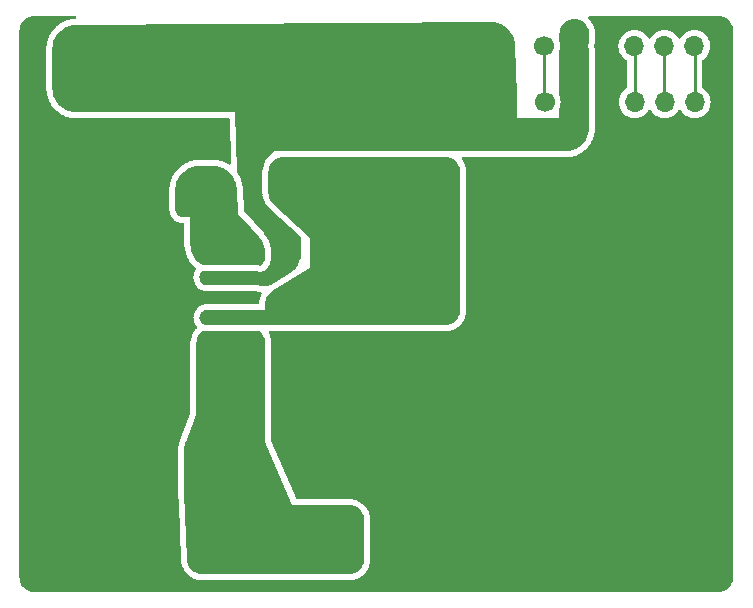
<source format=gbr>
%TF.GenerationSoftware,KiCad,Pcbnew,(7.0.0)*%
%TF.CreationDate,2023-12-28T02:06:20-08:00*%
%TF.ProjectId,Blutooth_Serial,426c7574-6f6f-4746-985f-53657269616c,rev?*%
%TF.SameCoordinates,Original*%
%TF.FileFunction,Copper,L1,Top*%
%TF.FilePolarity,Positive*%
%FSLAX46Y46*%
G04 Gerber Fmt 4.6, Leading zero omitted, Abs format (unit mm)*
G04 Created by KiCad (PCBNEW (7.0.0)) date 2023-12-28 02:06:20*
%MOMM*%
%LPD*%
G01*
G04 APERTURE LIST*
G04 Aperture macros list*
%AMRoundRect*
0 Rectangle with rounded corners*
0 $1 Rounding radius*
0 $2 $3 $4 $5 $6 $7 $8 $9 X,Y pos of 4 corners*
0 Add a 4 corners polygon primitive as box body*
4,1,4,$2,$3,$4,$5,$6,$7,$8,$9,$2,$3,0*
0 Add four circle primitives for the rounded corners*
1,1,$1+$1,$2,$3*
1,1,$1+$1,$4,$5*
1,1,$1+$1,$6,$7*
1,1,$1+$1,$8,$9*
0 Add four rect primitives between the rounded corners*
20,1,$1+$1,$2,$3,$4,$5,0*
20,1,$1+$1,$4,$5,$6,$7,0*
20,1,$1+$1,$6,$7,$8,$9,0*
20,1,$1+$1,$8,$9,$2,$3,0*%
G04 Aperture macros list end*
%TA.AperFunction,ComponentPad*%
%ADD10C,1.700000*%
%TD*%
%TA.AperFunction,ComponentPad*%
%ADD11O,1.700000X1.700000*%
%TD*%
%TA.AperFunction,ComponentPad*%
%ADD12RoundRect,0.250002X-1.699998X-1.699998X1.699998X-1.699998X1.699998X1.699998X-1.699998X1.699998X0*%
%TD*%
%TA.AperFunction,SMDPad,CuDef*%
%ADD13RoundRect,0.250000X2.025000X2.375000X-2.025000X2.375000X-2.025000X-2.375000X2.025000X-2.375000X0*%
%TD*%
%TA.AperFunction,SMDPad,CuDef*%
%ADD14RoundRect,0.250002X4.449998X5.149998X-4.449998X5.149998X-4.449998X-5.149998X4.449998X-5.149998X0*%
%TD*%
%TA.AperFunction,SMDPad,CuDef*%
%ADD15RoundRect,0.250000X2.050000X0.300000X-2.050000X0.300000X-2.050000X-0.300000X2.050000X-0.300000X0*%
%TD*%
%TA.AperFunction,SMDPad,CuDef*%
%ADD16R,5.494000X3.000000*%
%TD*%
%TA.AperFunction,ComponentPad*%
%ADD17O,3.200000X3.200000*%
%TD*%
%TA.AperFunction,ComponentPad*%
%ADD18R,3.200000X3.200000*%
%TD*%
%TA.AperFunction,ComponentPad*%
%ADD19C,1.600000*%
%TD*%
%TA.AperFunction,ViaPad*%
%ADD20C,0.800000*%
%TD*%
%TA.AperFunction,Conductor*%
%ADD21C,0.250000*%
%TD*%
%TA.AperFunction,Conductor*%
%ADD22C,0.400000*%
%TD*%
G04 APERTURE END LIST*
D10*
%TO.P,REF\u002A\u002A,1*%
%TO.N,unconnected-(IC1-EN-Pad1)*%
X88900000Y-65786000D03*
D11*
%TO.P,REF\u002A\u002A,2*%
%TO.N,3.3V*%
X91439999Y-65785999D03*
%TO.P,REF\u002A\u002A,3*%
%TO.N,GND*%
X93979999Y-65785999D03*
%TO.P,REF\u002A\u002A,4*%
%TO.N,unconnected-(IC1-TXD-Pad4)*%
X96519999Y-65785999D03*
%TO.P,REF\u002A\u002A,5*%
%TO.N,unconnected-(IC1-RXD-Pad5)*%
X99059999Y-65785999D03*
%TO.P,REF\u002A\u002A,6*%
%TO.N,unconnected-(IC1-STATE-Pad6)*%
X101599999Y-65785999D03*
%TD*%
D12*
%TO.P,VIN+,1*%
%TO.N,+24V*%
X70104000Y-107950000D03*
%TD*%
%TO.P,GND,1*%
%TO.N,GND*%
X49784000Y-107950000D03*
%TD*%
D11*
%TO.P,IC1,6,STATE*%
%TO.N,unconnected-(IC1-STATE-Pad6)*%
X101624999Y-70524499D03*
%TO.P,IC1,5,RXD*%
%TO.N,unconnected-(IC1-RXD-Pad5)*%
X99084999Y-70524499D03*
%TO.P,IC1,4,TXD*%
%TO.N,unconnected-(IC1-TXD-Pad4)*%
X96544999Y-70524499D03*
%TO.P,IC1,3,GND*%
%TO.N,GND*%
X94004999Y-70524499D03*
%TO.P,IC1,2,Vcc*%
%TO.N,3.3V*%
X91464999Y-70524499D03*
D10*
%TO.P,IC1,1,EN*%
%TO.N,unconnected-(IC1-EN-Pad1)*%
X88925000Y-70524500D03*
%TD*%
D13*
%TO.P,U2,3,GND*%
%TO.N,GND*%
X55640000Y-84260000D03*
X50790000Y-89810000D03*
X55640000Y-89810000D03*
X50790000Y-84260000D03*
D14*
X53215000Y-87035000D03*
D15*
%TO.P,U2,5,~{ON}/OFF*%
%TO.N,Net-(J1-Pin_1)*%
X62365000Y-83635000D03*
%TO.P,U2,4,FB*%
%TO.N,3.3V*%
X62365000Y-85335000D03*
%TO.P,U2,3,GND*%
%TO.N,GND*%
X62365000Y-87035000D03*
%TO.P,U2,2,OUT*%
%TO.N,Net-(D2-K)*%
X62365000Y-88735000D03*
%TO.P,U2,1,VIN*%
%TO.N,+24V*%
X62365000Y-90435000D03*
%TD*%
D16*
%TO.P,L1,2,2*%
%TO.N,3.3V*%
X69056999Y-67479999D03*
%TO.P,L1,1,1*%
%TO.N,Net-(D2-K)*%
X69056999Y-77479999D03*
%TD*%
D10*
%TO.P,J1,1,Pin_1*%
%TO.N,Net-(J1-Pin_1)*%
X60198000Y-78232000D03*
%TD*%
D17*
%TO.P,D2,2,A*%
%TO.N,GND*%
X72589999Y-97119999D03*
D18*
%TO.P,D2,1,K*%
%TO.N,Net-(D2-K)*%
X72589999Y-81879999D03*
%TD*%
D19*
%TO.P,C2,2*%
%TO.N,GND*%
X54102000Y-73660000D03*
%TO.P,C2,1*%
%TO.N,3.3V*%
X54102000Y-68660000D03*
%TD*%
%TO.P,C1,2*%
%TO.N,GND*%
X55280000Y-99560000D03*
%TO.P,C1,1*%
%TO.N,+24V*%
X60280000Y-99560000D03*
%TD*%
D20*
%TO.N,GND*%
X53086000Y-89662000D03*
X52832000Y-85344000D03*
X49784000Y-87630000D03*
X49784000Y-91694000D03*
X56134000Y-91440000D03*
X56134000Y-88138000D03*
X55880000Y-83566000D03*
X49784000Y-83312000D03*
%TD*%
D21*
%TO.N,+24V*%
X70866000Y-109728000D02*
X70448000Y-109728000D01*
%TO.N,Net-(J1-Pin_1)*%
X60198000Y-81468000D02*
X62365000Y-83635000D01*
X60198000Y-78232000D02*
X60198000Y-81468000D01*
%TO.N,unconnected-(IC1-EN-Pad1)*%
X88900000Y-70499500D02*
X88925000Y-70524500D01*
X88900000Y-65786000D02*
X88900000Y-70499500D01*
%TO.N,3.3V*%
X91440000Y-70499500D02*
X91465000Y-70524500D01*
X91440000Y-65786000D02*
X91440000Y-70499500D01*
%TO.N,unconnected-(IC1-STATE-Pad6)*%
X101625000Y-65811000D02*
X101600000Y-65786000D01*
X101625000Y-70524500D02*
X101625000Y-65811000D01*
%TO.N,unconnected-(IC1-RXD-Pad5)*%
X99060000Y-70499500D02*
X99085000Y-70524500D01*
X99060000Y-65786000D02*
X99060000Y-70499500D01*
%TO.N,unconnected-(IC1-TXD-Pad4)*%
X96545000Y-65811000D02*
X96520000Y-65786000D01*
X96545000Y-70524500D02*
X96545000Y-65811000D01*
D22*
%TO.N,GND*%
X94005000Y-65811000D02*
X93980000Y-65786000D01*
X94005000Y-70524500D02*
X94005000Y-65811000D01*
X94005000Y-84303000D02*
X81188000Y-97120000D01*
X94005000Y-70524500D02*
X94005000Y-84303000D01*
X81188000Y-97120000D02*
X72590000Y-97120000D01*
D21*
%TO.N,3.3V*%
X91465000Y-71349000D02*
X91465000Y-70524500D01*
X89408000Y-73406000D02*
X91465000Y-71349000D01*
X80180000Y-67480000D02*
X86106000Y-73406000D01*
X69057000Y-67480000D02*
X80180000Y-67480000D01*
X86106000Y-73406000D02*
X89408000Y-73406000D01*
%TO.N,GND*%
X55280000Y-99560000D02*
X55280000Y-101946000D01*
X54102000Y-82722000D02*
X55640000Y-84260000D01*
X54102000Y-73660000D02*
X54102000Y-82722000D01*
%TO.N,3.3V*%
X55282000Y-67480000D02*
X54102000Y-68660000D01*
X69057000Y-67480000D02*
X55282000Y-67480000D01*
%TO.N,Net-(D2-K)*%
X72590000Y-81013000D02*
X69057000Y-77480000D01*
X72590000Y-81880000D02*
X72590000Y-81013000D01*
%TO.N,GND*%
X50980000Y-84070000D02*
X50790000Y-84260000D01*
%TO.N,3.3V*%
X69057000Y-70323000D02*
X69057000Y-67480000D01*
X63740000Y-78510000D02*
X63740000Y-75640000D01*
X67720000Y-82490000D02*
X63740000Y-78510000D01*
X63740000Y-75640000D02*
X69057000Y-70323000D01*
X63833173Y-85330000D02*
X66460000Y-85330000D01*
X63828173Y-85335000D02*
X63833173Y-85330000D01*
X67720000Y-84070000D02*
X67720000Y-82490000D01*
X62365000Y-85335000D02*
X63828173Y-85335000D01*
X66460000Y-85330000D02*
X67720000Y-84070000D01*
%TO.N,+24V*%
X62460000Y-90530000D02*
X62365000Y-90435000D01*
X60280000Y-99560000D02*
X62460000Y-97380000D01*
D22*
X62460000Y-97380000D02*
X62460000Y-90530000D01*
D21*
%TO.N,Net-(D2-K)*%
X72175000Y-81880000D02*
X72590000Y-81880000D01*
X65320000Y-88735000D02*
X72175000Y-81880000D01*
X62365000Y-88735000D02*
X65320000Y-88735000D01*
%TO.N,GND*%
X55280000Y-84620000D02*
X55280000Y-99560000D01*
X55640000Y-84260000D02*
X55280000Y-84620000D01*
X62365000Y-87035000D02*
X53215000Y-87035000D01*
%TO.N,3.3V*%
X69810000Y-66727000D02*
X69057000Y-67480000D01*
%TD*%
%TA.AperFunction,Conductor*%
%TO.N,GND*%
G36*
X49204117Y-63262320D02*
G01*
X49249259Y-63305743D01*
X49267418Y-63365690D01*
X49253960Y-63426864D01*
X49212321Y-63473656D01*
X49153124Y-63494127D01*
X48918358Y-63512381D01*
X48918347Y-63512382D01*
X48917293Y-63512464D01*
X48916269Y-63512580D01*
X48916231Y-63512584D01*
X48882679Y-63516398D01*
X48882675Y-63516398D01*
X48881571Y-63516524D01*
X48880471Y-63516688D01*
X48880462Y-63516690D01*
X48865237Y-63518971D01*
X48865208Y-63518975D01*
X48864166Y-63519132D01*
X48863127Y-63519325D01*
X48863101Y-63519330D01*
X48829910Y-63525516D01*
X48829889Y-63525520D01*
X48828855Y-63525713D01*
X48827843Y-63525938D01*
X48827819Y-63525944D01*
X48569767Y-63583597D01*
X48569743Y-63583602D01*
X48568744Y-63583826D01*
X48567737Y-63584088D01*
X48567720Y-63584093D01*
X48535063Y-63592618D01*
X48535019Y-63592630D01*
X48533986Y-63592900D01*
X48532941Y-63593212D01*
X48532919Y-63593219D01*
X48518187Y-63597629D01*
X48518143Y-63597642D01*
X48517121Y-63597949D01*
X48516066Y-63598305D01*
X48516054Y-63598310D01*
X48484122Y-63609120D01*
X48484063Y-63609140D01*
X48483071Y-63609477D01*
X48482072Y-63609855D01*
X48482045Y-63609865D01*
X48234831Y-63703486D01*
X48234780Y-63703506D01*
X48233804Y-63703876D01*
X48232791Y-63704301D01*
X48232777Y-63704307D01*
X48201679Y-63717366D01*
X48201623Y-63717390D01*
X48200665Y-63717793D01*
X48199721Y-63718229D01*
X48199670Y-63718252D01*
X48185730Y-63724698D01*
X48185673Y-63724725D01*
X48184699Y-63725176D01*
X48183719Y-63725671D01*
X48183678Y-63725692D01*
X48153625Y-63740908D01*
X48153609Y-63740915D01*
X48152644Y-63741405D01*
X48151730Y-63741909D01*
X48151689Y-63741931D01*
X47920232Y-63869650D01*
X47920202Y-63869666D01*
X47919280Y-63870176D01*
X47918368Y-63870721D01*
X47918353Y-63870731D01*
X47889414Y-63888068D01*
X47889371Y-63888094D01*
X47888471Y-63888634D01*
X47887583Y-63889209D01*
X47887541Y-63889236D01*
X47874597Y-63897630D01*
X47874569Y-63897648D01*
X47873699Y-63898213D01*
X47872872Y-63898791D01*
X47872832Y-63898819D01*
X47845146Y-63918205D01*
X47845104Y-63918235D01*
X47844245Y-63918837D01*
X47843402Y-63919472D01*
X47843354Y-63919508D01*
X47632382Y-64078707D01*
X47632359Y-64078724D01*
X47631487Y-64079383D01*
X47630650Y-64080062D01*
X47630629Y-64080079D01*
X47604440Y-64101342D01*
X47604409Y-64101367D01*
X47603595Y-64102029D01*
X47602786Y-64102734D01*
X47602767Y-64102751D01*
X47591141Y-64112896D01*
X47591091Y-64112940D01*
X47590343Y-64113594D01*
X47589607Y-64114283D01*
X47589566Y-64114321D01*
X47564894Y-64137448D01*
X47564847Y-64137492D01*
X47564118Y-64138177D01*
X47563397Y-64138902D01*
X47563373Y-64138926D01*
X47377021Y-64326493D01*
X47376993Y-64326521D01*
X47376253Y-64327267D01*
X47375531Y-64328047D01*
X47375516Y-64328063D01*
X47352574Y-64352859D01*
X47352546Y-64352889D01*
X47351833Y-64353661D01*
X47351130Y-64354476D01*
X47351107Y-64354503D01*
X47341080Y-64366145D01*
X47341054Y-64366175D01*
X47340354Y-64366989D01*
X47339704Y-64367800D01*
X47339661Y-64367852D01*
X47318588Y-64394154D01*
X47318554Y-64394197D01*
X47317901Y-64395013D01*
X47317277Y-64395850D01*
X47317247Y-64395890D01*
X47178742Y-64581938D01*
X47158735Y-64608813D01*
X47158140Y-64609675D01*
X47158105Y-64609724D01*
X47138961Y-64637445D01*
X47138310Y-64638388D01*
X47137726Y-64639300D01*
X47137701Y-64639339D01*
X47129427Y-64652281D01*
X47129404Y-64652317D01*
X47128834Y-64653210D01*
X47128276Y-64654154D01*
X47128270Y-64654165D01*
X47111131Y-64683197D01*
X47111108Y-64683237D01*
X47110567Y-64684154D01*
X47110073Y-64685061D01*
X47110043Y-64685116D01*
X46987433Y-64910769D01*
X46983311Y-64918356D01*
X46982838Y-64919305D01*
X46982807Y-64919365D01*
X46967779Y-64949534D01*
X46967764Y-64949563D01*
X46967283Y-64950531D01*
X46966829Y-64951528D01*
X46966827Y-64951534D01*
X46960452Y-64965559D01*
X46960441Y-64965583D01*
X46960003Y-64966548D01*
X46959609Y-64967502D01*
X46959588Y-64967552D01*
X46946726Y-64998750D01*
X46946310Y-64999760D01*
X46945940Y-65000756D01*
X46945930Y-65000782D01*
X46853919Y-65248587D01*
X46853899Y-65248643D01*
X46853534Y-65249627D01*
X46853195Y-65250647D01*
X46853182Y-65250687D01*
X46842580Y-65282685D01*
X46842571Y-65282713D01*
X46842229Y-65283746D01*
X46841927Y-65284776D01*
X46841917Y-65284811D01*
X46837588Y-65299618D01*
X46837572Y-65299676D01*
X46837286Y-65300655D01*
X46837025Y-65301681D01*
X46837019Y-65301704D01*
X46831776Y-65322337D01*
X46828437Y-65335475D01*
X46828205Y-65336542D01*
X46828196Y-65336584D01*
X46782972Y-65545365D01*
X46772014Y-65595954D01*
X46771819Y-65597036D01*
X46771818Y-65597044D01*
X46765861Y-65630197D01*
X46765662Y-65631305D01*
X46765507Y-65632383D01*
X46765506Y-65632393D01*
X46764602Y-65638709D01*
X46763168Y-65648719D01*
X46763056Y-65649759D01*
X46763054Y-65649780D01*
X46759457Y-65683364D01*
X46759453Y-65683406D01*
X46759339Y-65684473D01*
X46759261Y-65685556D01*
X46759260Y-65685577D01*
X46740124Y-65954263D01*
X46740119Y-65954328D01*
X46740090Y-65954749D01*
X46740065Y-65955217D01*
X46740063Y-65955250D01*
X46739159Y-65972192D01*
X46739155Y-65972266D01*
X46739132Y-65972710D01*
X46739117Y-65973107D01*
X46739113Y-65973216D01*
X46738838Y-65980965D01*
X46738836Y-65981038D01*
X46738819Y-65981519D01*
X46738809Y-65982048D01*
X46738808Y-65982109D01*
X46738510Y-65998868D01*
X46738509Y-65998941D01*
X46738500Y-65999469D01*
X46738500Y-69369572D01*
X46738509Y-69370111D01*
X46738510Y-69370155D01*
X46738811Y-69387045D01*
X46738813Y-69387133D01*
X46738822Y-69387618D01*
X46738838Y-69388085D01*
X46738841Y-69388172D01*
X46739118Y-69395922D01*
X46739121Y-69395991D01*
X46739138Y-69396464D01*
X46740104Y-69414479D01*
X46740140Y-69414991D01*
X46740143Y-69415029D01*
X46759434Y-69684765D01*
X46759437Y-69684803D01*
X46759512Y-69685846D01*
X46759622Y-69686869D01*
X46759626Y-69686914D01*
X46763251Y-69720636D01*
X46763256Y-69720681D01*
X46763369Y-69721726D01*
X46765886Y-69739232D01*
X46766077Y-69740294D01*
X46766082Y-69740321D01*
X46772093Y-69773638D01*
X46772101Y-69773680D01*
X46772293Y-69774742D01*
X46772531Y-69775837D01*
X46772535Y-69775856D01*
X46797699Y-69891536D01*
X46829181Y-70036254D01*
X46838101Y-70071203D01*
X46838404Y-70072237D01*
X46838415Y-70072275D01*
X46842768Y-70087102D01*
X46842780Y-70087142D01*
X46843080Y-70088162D01*
X46854480Y-70122417D01*
X46854853Y-70123418D01*
X46854859Y-70123434D01*
X46947636Y-70372177D01*
X46948010Y-70373179D01*
X46948411Y-70374148D01*
X46948422Y-70374175D01*
X46959726Y-70401465D01*
X46961819Y-70406517D01*
X46969168Y-70422609D01*
X46985320Y-70454876D01*
X46985862Y-70455870D01*
X46985868Y-70455880D01*
X47113056Y-70688807D01*
X47113577Y-70689761D01*
X47114110Y-70690660D01*
X47114132Y-70690698D01*
X47131396Y-70719796D01*
X47131410Y-70719819D01*
X47131978Y-70720776D01*
X47132595Y-70721736D01*
X47140935Y-70734716D01*
X47140956Y-70734747D01*
X47141536Y-70735650D01*
X47162129Y-70765311D01*
X47162782Y-70766183D01*
X47162789Y-70766193D01*
X47283754Y-70927782D01*
X47322515Y-70979560D01*
X47345168Y-71007670D01*
X47356754Y-71021040D01*
X47381332Y-71047436D01*
X47570563Y-71236667D01*
X47596959Y-71261245D01*
X47610329Y-71272831D01*
X47638439Y-71295484D01*
X47639310Y-71296136D01*
X47851790Y-71455198D01*
X47851807Y-71455210D01*
X47852683Y-71455866D01*
X47882332Y-71476451D01*
X47897216Y-71486016D01*
X47928244Y-71504425D01*
X48163123Y-71632678D01*
X48164078Y-71633156D01*
X48164097Y-71633166D01*
X48179207Y-71640729D01*
X48195376Y-71648824D01*
X48211469Y-71656174D01*
X48244820Y-71669989D01*
X48495574Y-71763516D01*
X48529829Y-71774916D01*
X48546805Y-71779900D01*
X48581754Y-71788820D01*
X48843251Y-71845705D01*
X48878758Y-71852111D01*
X48896270Y-71854629D01*
X48932151Y-71858487D01*
X49203519Y-71877896D01*
X49221536Y-71878862D01*
X49230382Y-71879178D01*
X49248428Y-71879500D01*
X62126743Y-71879500D01*
X62187688Y-71895510D01*
X62232894Y-71939407D01*
X62250689Y-71999855D01*
X62359592Y-75702631D01*
X62344000Y-75766570D01*
X62297885Y-75813525D01*
X62234237Y-75830268D01*
X62170987Y-75812083D01*
X62157963Y-75804124D01*
X62146126Y-75797437D01*
X62128721Y-75787604D01*
X62128704Y-75787594D01*
X62127768Y-75787066D01*
X62126824Y-75786575D01*
X62126810Y-75786567D01*
X61900696Y-75668867D01*
X61900688Y-75668863D01*
X61899787Y-75668394D01*
X61891196Y-75664290D01*
X61869457Y-75653905D01*
X61869429Y-75653892D01*
X61868497Y-75653447D01*
X61867546Y-75653032D01*
X61867515Y-75653018D01*
X61853920Y-75647088D01*
X61853902Y-75647080D01*
X61852938Y-75646660D01*
X61841150Y-75641991D01*
X61821721Y-75634297D01*
X61821695Y-75634287D01*
X61820745Y-75633911D01*
X61819776Y-75633565D01*
X61819757Y-75633558D01*
X61609506Y-75558518D01*
X61578680Y-75547516D01*
X61577713Y-75547208D01*
X61577687Y-75547199D01*
X61546629Y-75537301D01*
X61546628Y-75537300D01*
X61545650Y-75536989D01*
X61544676Y-75536715D01*
X61544656Y-75536709D01*
X61530350Y-75532685D01*
X61530351Y-75532685D01*
X61529305Y-75532391D01*
X61528246Y-75532132D01*
X61528235Y-75532129D01*
X61496719Y-75524418D01*
X61496699Y-75524413D01*
X61495659Y-75524159D01*
X61494633Y-75523944D01*
X61494598Y-75523937D01*
X61245118Y-75471887D01*
X61245121Y-75471887D01*
X61244059Y-75471666D01*
X61243022Y-75471486D01*
X61242983Y-75471479D01*
X61211012Y-75465944D01*
X61210968Y-75465937D01*
X61209939Y-75465759D01*
X61208916Y-75465617D01*
X61208866Y-75465610D01*
X61194170Y-75463582D01*
X61194153Y-75463579D01*
X61193132Y-75463439D01*
X61192147Y-75463337D01*
X61192103Y-75463332D01*
X61159697Y-75459988D01*
X61158641Y-75459879D01*
X61157602Y-75459807D01*
X61157583Y-75459806D01*
X60898440Y-75442010D01*
X60898384Y-75442006D01*
X60897967Y-75441978D01*
X60897546Y-75441956D01*
X60897457Y-75441951D01*
X60881100Y-75441110D01*
X60881037Y-75441107D01*
X60880584Y-75441084D01*
X60880135Y-75441068D01*
X60880096Y-75441067D01*
X60872632Y-75440812D01*
X60872573Y-75440810D01*
X60872090Y-75440794D01*
X60871595Y-75440785D01*
X60871534Y-75440784D01*
X60855426Y-75440509D01*
X60855322Y-75440508D01*
X60854841Y-75440500D01*
X59662428Y-75440500D01*
X59661890Y-75440509D01*
X59661844Y-75440510D01*
X59644960Y-75440811D01*
X59644875Y-75440813D01*
X59644384Y-75440822D01*
X59643931Y-75440838D01*
X59643824Y-75440841D01*
X59636083Y-75441118D01*
X59636026Y-75441120D01*
X59635537Y-75441138D01*
X59635065Y-75441163D01*
X59634982Y-75441167D01*
X59618050Y-75442075D01*
X59617979Y-75442079D01*
X59617521Y-75442104D01*
X59617057Y-75442137D01*
X59616996Y-75442141D01*
X59347270Y-75461431D01*
X59347232Y-75461434D01*
X59346147Y-75461512D01*
X59345035Y-75461631D01*
X59345019Y-75461633D01*
X59311386Y-75465249D01*
X59311346Y-75465253D01*
X59310258Y-75465371D01*
X59309194Y-75465523D01*
X59309154Y-75465529D01*
X59293836Y-75467732D01*
X59293813Y-75467735D01*
X59292761Y-75467887D01*
X59291698Y-75468078D01*
X59291678Y-75468082D01*
X59258374Y-75474090D01*
X59258338Y-75474097D01*
X59257258Y-75474292D01*
X59256151Y-75474532D01*
X59256145Y-75474534D01*
X58996840Y-75530942D01*
X58996802Y-75530950D01*
X58995740Y-75531182D01*
X58994667Y-75531455D01*
X58994641Y-75531462D01*
X58961873Y-75539825D01*
X58961830Y-75539836D01*
X58960783Y-75540104D01*
X58959771Y-75540400D01*
X58959724Y-75540414D01*
X58944902Y-75544766D01*
X58944859Y-75544779D01*
X58943832Y-75545081D01*
X58942818Y-75545418D01*
X58942778Y-75545431D01*
X58910596Y-75556142D01*
X58910553Y-75556156D01*
X58909586Y-75556479D01*
X58908620Y-75556839D01*
X58908584Y-75556852D01*
X58659819Y-75649637D01*
X58659793Y-75649647D01*
X58658815Y-75650012D01*
X58657850Y-75650411D01*
X58657801Y-75650431D01*
X58626514Y-75663391D01*
X58626463Y-75663412D01*
X58625464Y-75663827D01*
X58624475Y-75664278D01*
X58624449Y-75664290D01*
X58610364Y-75670723D01*
X58610340Y-75670734D01*
X58609382Y-75671172D01*
X58608464Y-75671631D01*
X58608417Y-75671654D01*
X58578119Y-75686821D01*
X58578078Y-75686842D01*
X58577128Y-75687318D01*
X58576200Y-75687824D01*
X58576144Y-75687854D01*
X58343195Y-75815054D01*
X58343168Y-75815069D01*
X58342231Y-75815581D01*
X58341332Y-75816114D01*
X58341287Y-75816140D01*
X58312180Y-75833410D01*
X58312143Y-75833432D01*
X58311209Y-75833987D01*
X58310278Y-75834584D01*
X58310259Y-75834597D01*
X58297293Y-75842929D01*
X58297264Y-75842947D01*
X58296348Y-75843537D01*
X58295456Y-75844155D01*
X58295419Y-75844181D01*
X58267602Y-75863494D01*
X58267579Y-75863510D01*
X58266694Y-75864125D01*
X58265845Y-75864760D01*
X58265818Y-75864780D01*
X58053307Y-76023865D01*
X58053289Y-76023878D01*
X58052430Y-76024522D01*
X58051606Y-76025185D01*
X58051570Y-76025214D01*
X58025167Y-76046492D01*
X58025139Y-76046515D01*
X58024323Y-76047173D01*
X58023536Y-76047854D01*
X58023518Y-76047870D01*
X58011790Y-76058032D01*
X58011741Y-76058075D01*
X58010969Y-76058745D01*
X58010195Y-76059464D01*
X58010159Y-76059498D01*
X57985386Y-76082565D01*
X57984570Y-76083325D01*
X57983802Y-76084092D01*
X57983774Y-76084120D01*
X57796120Y-76271774D01*
X57796092Y-76271802D01*
X57795325Y-76272570D01*
X57794571Y-76273379D01*
X57794565Y-76273386D01*
X57771498Y-76298159D01*
X57771464Y-76298195D01*
X57770745Y-76298969D01*
X57770075Y-76299741D01*
X57770032Y-76299790D01*
X57759870Y-76311518D01*
X57759854Y-76311536D01*
X57759173Y-76312323D01*
X57758515Y-76313139D01*
X57758492Y-76313167D01*
X57737214Y-76339570D01*
X57737185Y-76339606D01*
X57736522Y-76340430D01*
X57735878Y-76341289D01*
X57735865Y-76341307D01*
X57576780Y-76553818D01*
X57576760Y-76553845D01*
X57576125Y-76554694D01*
X57575510Y-76555579D01*
X57575494Y-76555602D01*
X57556181Y-76583419D01*
X57556155Y-76583456D01*
X57555537Y-76584348D01*
X57554947Y-76585264D01*
X57554929Y-76585293D01*
X57546597Y-76598259D01*
X57545987Y-76599209D01*
X57545432Y-76600143D01*
X57545410Y-76600180D01*
X57528140Y-76629287D01*
X57528114Y-76629332D01*
X57527581Y-76630231D01*
X57527069Y-76631168D01*
X57527054Y-76631195D01*
X57399854Y-76864144D01*
X57399824Y-76864200D01*
X57399318Y-76865128D01*
X57398842Y-76866078D01*
X57398821Y-76866119D01*
X57383654Y-76896417D01*
X57383631Y-76896464D01*
X57383172Y-76897382D01*
X57382734Y-76898340D01*
X57382723Y-76898364D01*
X57376290Y-76912449D01*
X57376278Y-76912475D01*
X57375827Y-76913464D01*
X57375412Y-76914463D01*
X57375391Y-76914514D01*
X57362431Y-76945801D01*
X57362411Y-76945850D01*
X57362012Y-76946815D01*
X57361647Y-76947793D01*
X57361637Y-76947819D01*
X57268852Y-77196584D01*
X57268839Y-77196620D01*
X57268479Y-77197586D01*
X57268156Y-77198553D01*
X57268142Y-77198596D01*
X57257431Y-77230778D01*
X57257418Y-77230818D01*
X57257081Y-77231832D01*
X57256779Y-77232859D01*
X57256766Y-77232902D01*
X57252414Y-77247724D01*
X57252400Y-77247771D01*
X57252104Y-77248783D01*
X57251836Y-77249830D01*
X57251825Y-77249873D01*
X57243462Y-77282641D01*
X57243182Y-77283740D01*
X57242950Y-77284802D01*
X57242942Y-77284840D01*
X57186534Y-77544145D01*
X57186292Y-77545258D01*
X57186097Y-77546338D01*
X57186090Y-77546374D01*
X57180082Y-77579678D01*
X57179887Y-77580761D01*
X57179735Y-77581813D01*
X57179732Y-77581836D01*
X57177529Y-77597154D01*
X57177523Y-77597194D01*
X57177371Y-77598258D01*
X57177253Y-77599346D01*
X57177249Y-77599386D01*
X57173633Y-77633019D01*
X57173512Y-77634147D01*
X57173434Y-77635232D01*
X57173431Y-77635270D01*
X57154143Y-77904970D01*
X57154104Y-77905522D01*
X57153138Y-77923536D01*
X57153121Y-77924003D01*
X57153118Y-77924077D01*
X57152841Y-77931827D01*
X57152838Y-77931917D01*
X57152822Y-77932382D01*
X57152813Y-77932863D01*
X57152811Y-77932954D01*
X57152510Y-77949844D01*
X57152500Y-77950428D01*
X57152500Y-79620874D01*
X57152532Y-79621872D01*
X57152533Y-79621891D01*
X57153550Y-79652954D01*
X57153551Y-79652994D01*
X57153583Y-79653941D01*
X57154644Y-79670126D01*
X57157886Y-79703040D01*
X57176331Y-79843144D01*
X57189230Y-79907993D01*
X57189744Y-79909913D01*
X57189751Y-79909941D01*
X57197085Y-79937311D01*
X57197089Y-79937325D01*
X57197608Y-79939261D01*
X57218863Y-80001878D01*
X57269806Y-80124865D01*
X57270697Y-80126671D01*
X57270703Y-80126685D01*
X57298150Y-80182342D01*
X57298156Y-80182354D01*
X57299052Y-80184170D01*
X57315237Y-80212203D01*
X57351970Y-80267178D01*
X57433008Y-80372790D01*
X57476608Y-80422505D01*
X57499494Y-80445391D01*
X57549209Y-80488991D01*
X57654821Y-80570029D01*
X57709796Y-80606762D01*
X57737829Y-80622947D01*
X57797134Y-80652193D01*
X57866961Y-80681116D01*
X57918242Y-80702358D01*
X57918250Y-80702361D01*
X57920121Y-80703136D01*
X57982734Y-80724390D01*
X58014001Y-80732768D01*
X58078852Y-80745668D01*
X58227017Y-80765175D01*
X58293000Y-80769500D01*
X58298500Y-80769500D01*
X58360500Y-80786113D01*
X58405887Y-80831500D01*
X58422500Y-80893500D01*
X58422500Y-82577572D01*
X58422509Y-82578111D01*
X58422510Y-82578155D01*
X58422811Y-82595045D01*
X58422813Y-82595133D01*
X58422822Y-82595618D01*
X58422838Y-82596085D01*
X58422841Y-82596172D01*
X58423118Y-82603922D01*
X58423121Y-82603991D01*
X58423138Y-82604464D01*
X58424104Y-82622479D01*
X58424140Y-82622991D01*
X58424143Y-82623029D01*
X58443434Y-82892765D01*
X58443437Y-82892803D01*
X58443512Y-82893846D01*
X58443622Y-82894869D01*
X58443626Y-82894914D01*
X58447251Y-82928636D01*
X58447256Y-82928681D01*
X58447369Y-82929726D01*
X58449886Y-82947232D01*
X58450077Y-82948294D01*
X58450082Y-82948321D01*
X58456093Y-82981638D01*
X58456101Y-82981680D01*
X58456293Y-82982742D01*
X58513181Y-83244254D01*
X58522101Y-83279203D01*
X58522404Y-83280237D01*
X58522415Y-83280275D01*
X58526768Y-83295102D01*
X58526780Y-83295142D01*
X58527080Y-83296162D01*
X58538480Y-83330417D01*
X58632010Y-83581179D01*
X58632411Y-83582148D01*
X58632422Y-83582175D01*
X58643726Y-83609465D01*
X58645819Y-83614517D01*
X58653168Y-83630609D01*
X58669320Y-83662876D01*
X58797577Y-83897761D01*
X58798110Y-83898660D01*
X58798132Y-83898698D01*
X58815396Y-83927796D01*
X58815410Y-83927819D01*
X58815978Y-83928776D01*
X58816595Y-83929736D01*
X58824935Y-83942716D01*
X58824956Y-83942747D01*
X58825536Y-83943650D01*
X58846129Y-83973311D01*
X59006515Y-84187560D01*
X59029168Y-84215670D01*
X59040754Y-84229040D01*
X59065332Y-84255436D01*
X59254563Y-84444667D01*
X59280974Y-84469257D01*
X59294345Y-84480843D01*
X59322441Y-84503484D01*
X59342539Y-84518529D01*
X59344131Y-84519721D01*
X59382438Y-84567093D01*
X59393561Y-84626992D01*
X59374815Y-84684959D01*
X59344870Y-84732617D01*
X59344040Y-84734118D01*
X59344031Y-84734134D01*
X59318278Y-84780730D01*
X59318260Y-84780763D01*
X59317443Y-84782243D01*
X59316705Y-84783775D01*
X59316696Y-84783793D01*
X59306153Y-84805687D01*
X59306143Y-84805708D01*
X59305403Y-84807246D01*
X59304750Y-84808821D01*
X59304735Y-84808856D01*
X59284382Y-84857996D01*
X59284372Y-84858021D01*
X59283716Y-84859606D01*
X59236584Y-84994302D01*
X59236108Y-84995951D01*
X59236100Y-84995979D01*
X59221371Y-85047105D01*
X59221366Y-85047122D01*
X59220893Y-85048766D01*
X59220516Y-85050413D01*
X59220507Y-85050452D01*
X59215104Y-85074124D01*
X59215098Y-85074151D01*
X59214717Y-85075823D01*
X59214428Y-85077518D01*
X59214425Y-85077538D01*
X59205508Y-85130013D01*
X59205505Y-85130032D01*
X59205219Y-85131717D01*
X59189242Y-85273518D01*
X59189145Y-85275242D01*
X59189143Y-85275268D01*
X59186160Y-85328389D01*
X59186159Y-85328423D01*
X59186064Y-85330116D01*
X59186064Y-85357881D01*
X59186159Y-85359574D01*
X59186160Y-85359607D01*
X59189143Y-85412728D01*
X59189145Y-85412751D01*
X59189242Y-85414479D01*
X59189438Y-85416222D01*
X59189439Y-85416229D01*
X59205020Y-85554522D01*
X59205024Y-85554554D01*
X59205219Y-85556280D01*
X59214713Y-85612158D01*
X59215096Y-85613838D01*
X59215100Y-85613856D01*
X59220503Y-85637529D01*
X59220889Y-85639219D01*
X59221362Y-85640860D01*
X59221369Y-85640888D01*
X59236101Y-85692024D01*
X59236107Y-85692042D01*
X59236585Y-85693702D01*
X59283716Y-85828392D01*
X59305404Y-85880752D01*
X59317449Y-85905765D01*
X59318274Y-85907259D01*
X59318285Y-85907279D01*
X59344035Y-85953871D01*
X59344873Y-85955387D01*
X59420792Y-86076212D01*
X59421789Y-86077618D01*
X59421799Y-86077632D01*
X59452607Y-86121050D01*
X59453602Y-86122452D01*
X59470915Y-86144161D01*
X59508683Y-86186422D01*
X59609579Y-86287318D01*
X59651849Y-86325093D01*
X59673559Y-86342406D01*
X59719792Y-86375210D01*
X59780015Y-86413050D01*
X59879995Y-86461456D01*
X59931050Y-86479562D01*
X60039202Y-86504964D01*
X60150291Y-86506128D01*
X60199368Y-86501222D01*
X60199375Y-86501300D01*
X60202264Y-86500849D01*
X60202273Y-86500932D01*
X60204184Y-86500741D01*
X60214777Y-86498485D01*
X60227981Y-86496411D01*
X60266373Y-86492489D01*
X60284461Y-86490642D01*
X60297061Y-86490000D01*
X64432934Y-86490000D01*
X64445495Y-86490637D01*
X64447800Y-86490873D01*
X64474228Y-86496526D01*
X64506468Y-86507209D01*
X64525115Y-86515133D01*
X64525872Y-86515530D01*
X64529519Y-86517780D01*
X64656976Y-86573861D01*
X64722073Y-86592322D01*
X64847441Y-86609755D01*
X64902280Y-86631558D01*
X64940829Y-86676242D01*
X64954358Y-86733684D01*
X64939802Y-86790875D01*
X64939127Y-86792140D01*
X64938348Y-86793517D01*
X64937657Y-86794897D01*
X64937635Y-86794940D01*
X64915779Y-86838647D01*
X64915769Y-86838666D01*
X64915069Y-86840068D01*
X64914450Y-86841481D01*
X64914432Y-86841522D01*
X64905489Y-86861977D01*
X64905480Y-86861997D01*
X64904853Y-86863433D01*
X64904299Y-86864901D01*
X64904290Y-86864924D01*
X64887034Y-86910679D01*
X64886474Y-86912165D01*
X64885996Y-86913661D01*
X64885990Y-86913679D01*
X64824574Y-87105997D01*
X64824088Y-87107520D01*
X64810825Y-87157867D01*
X64810509Y-87159377D01*
X64810503Y-87159404D01*
X64805926Y-87181300D01*
X64805921Y-87181324D01*
X64805606Y-87182834D01*
X64805365Y-87184374D01*
X64805363Y-87184391D01*
X64797839Y-87232683D01*
X64797835Y-87232710D01*
X64797592Y-87234273D01*
X64797429Y-87235843D01*
X64797425Y-87235879D01*
X64775346Y-87449406D01*
X64775344Y-87449427D01*
X64775181Y-87451007D01*
X64775098Y-87452611D01*
X64775098Y-87452615D01*
X64772583Y-87501376D01*
X64772582Y-87501404D01*
X64772500Y-87503000D01*
X64772500Y-87504616D01*
X64772500Y-87508500D01*
X64755887Y-87570500D01*
X64710500Y-87615887D01*
X64648500Y-87632500D01*
X60333126Y-87632500D01*
X60332128Y-87632532D01*
X60332108Y-87632533D01*
X60301047Y-87633550D01*
X60301005Y-87633552D01*
X60300061Y-87633583D01*
X60299070Y-87633647D01*
X60299049Y-87633649D01*
X60284924Y-87634575D01*
X60284909Y-87634576D01*
X60283875Y-87634644D01*
X60282862Y-87634743D01*
X60282847Y-87634745D01*
X60251951Y-87637788D01*
X60251927Y-87637790D01*
X60250960Y-87637886D01*
X60249992Y-87638013D01*
X60249961Y-87638017D01*
X60112871Y-87656065D01*
X60112853Y-87656067D01*
X60110855Y-87656331D01*
X60108883Y-87656723D01*
X60108866Y-87656726D01*
X60048002Y-87668832D01*
X60047996Y-87668833D01*
X60046012Y-87669228D01*
X60044065Y-87669749D01*
X60044042Y-87669755D01*
X60016714Y-87677077D01*
X60016693Y-87677083D01*
X60014746Y-87677605D01*
X60012826Y-87678256D01*
X60012825Y-87678257D01*
X59954042Y-87698210D01*
X59954025Y-87698216D01*
X59952123Y-87698862D01*
X59950265Y-87699631D01*
X59950248Y-87699638D01*
X59831019Y-87749024D01*
X59830998Y-87749033D01*
X59829133Y-87749806D01*
X59827333Y-87750693D01*
X59827299Y-87750709D01*
X59771645Y-87778154D01*
X59771621Y-87778166D01*
X59769830Y-87779050D01*
X59768091Y-87780053D01*
X59768076Y-87780062D01*
X59743561Y-87794216D01*
X59743554Y-87794220D01*
X59741800Y-87795233D01*
X59740136Y-87796344D01*
X59740110Y-87796361D01*
X59688516Y-87830836D01*
X59688500Y-87830847D01*
X59686820Y-87831970D01*
X59685226Y-87833192D01*
X59685208Y-87833206D01*
X59582813Y-87911777D01*
X59582801Y-87911786D01*
X59581203Y-87913013D01*
X59579692Y-87914337D01*
X59579669Y-87914357D01*
X59533022Y-87955267D01*
X59533014Y-87955274D01*
X59531490Y-87956611D01*
X59530061Y-87958039D01*
X59530046Y-87958054D01*
X59510054Y-87978046D01*
X59510039Y-87978061D01*
X59508611Y-87979490D01*
X59465011Y-88029206D01*
X59463777Y-88030813D01*
X59463773Y-88030819D01*
X59385200Y-88133218D01*
X59385188Y-88133233D01*
X59383970Y-88134822D01*
X59382863Y-88136478D01*
X59382847Y-88136501D01*
X59348365Y-88188106D01*
X59348348Y-88188132D01*
X59347237Y-88189796D01*
X59346223Y-88191550D01*
X59346220Y-88191557D01*
X59332070Y-88216064D01*
X59332057Y-88216088D01*
X59331052Y-88217829D01*
X59330163Y-88219631D01*
X59330150Y-88219656D01*
X59302703Y-88275313D01*
X59302691Y-88275338D01*
X59301806Y-88277134D01*
X59301036Y-88278990D01*
X59301030Y-88279006D01*
X59251638Y-88398248D01*
X59251629Y-88398269D01*
X59250863Y-88400121D01*
X59250219Y-88402017D01*
X59250210Y-88402042D01*
X59230263Y-88460803D01*
X59230253Y-88460833D01*
X59229611Y-88462727D01*
X59229089Y-88464673D01*
X59229085Y-88464688D01*
X59221759Y-88492025D01*
X59221751Y-88492056D01*
X59221233Y-88493992D01*
X59220838Y-88495976D01*
X59220836Y-88495986D01*
X59208725Y-88556864D01*
X59208720Y-88556889D01*
X59208330Y-88558854D01*
X59208068Y-88560837D01*
X59208064Y-88560867D01*
X59191218Y-88688829D01*
X59191214Y-88688859D01*
X59190954Y-88690842D01*
X59190823Y-88692828D01*
X59190821Y-88692857D01*
X59186762Y-88754801D01*
X59186630Y-88756821D01*
X59186630Y-88789179D01*
X59186761Y-88791183D01*
X59186762Y-88791202D01*
X59190821Y-88853129D01*
X59190823Y-88853157D01*
X59190955Y-88855159D01*
X59191216Y-88857144D01*
X59191219Y-88857171D01*
X59206811Y-88975597D01*
X59208331Y-88987144D01*
X59208725Y-88989129D01*
X59208727Y-88989136D01*
X59220834Y-89050006D01*
X59220839Y-89050028D01*
X59221231Y-89051998D01*
X59221747Y-89053926D01*
X59221753Y-89053949D01*
X59226238Y-89070685D01*
X59229609Y-89083265D01*
X59250863Y-89145878D01*
X59251631Y-89147732D01*
X59251640Y-89147756D01*
X59287944Y-89235399D01*
X59301806Y-89268865D01*
X59302697Y-89270671D01*
X59302703Y-89270685D01*
X59330150Y-89326342D01*
X59330156Y-89326354D01*
X59331052Y-89328170D01*
X59347237Y-89356203D01*
X59383970Y-89411178D01*
X59422622Y-89461551D01*
X59464847Y-89516581D01*
X59488586Y-89570534D01*
X59484731Y-89629353D01*
X59454151Y-89679747D01*
X59383350Y-89750549D01*
X59382441Y-89751540D01*
X59382419Y-89751564D01*
X59354471Y-89782065D01*
X59354456Y-89782081D01*
X59353548Y-89783073D01*
X59352697Y-89784086D01*
X59352677Y-89784110D01*
X59340527Y-89798590D01*
X59340496Y-89798628D01*
X59339660Y-89799625D01*
X59338842Y-89800690D01*
X59338834Y-89800701D01*
X59321846Y-89822841D01*
X59312823Y-89834600D01*
X59312071Y-89835672D01*
X59312046Y-89835708D01*
X59199065Y-89997062D01*
X59199045Y-89997091D01*
X59198288Y-89998173D01*
X59197576Y-89999289D01*
X59197561Y-89999313D01*
X59175316Y-90034230D01*
X59175299Y-90034257D01*
X59174595Y-90035363D01*
X59173950Y-90036479D01*
X59173927Y-90036518D01*
X59164456Y-90052922D01*
X59164434Y-90052961D01*
X59163788Y-90054081D01*
X59163179Y-90055249D01*
X59163169Y-90055269D01*
X59144033Y-90092027D01*
X59144013Y-90092067D01*
X59143424Y-90093199D01*
X59142872Y-90094382D01*
X59142863Y-90094401D01*
X59059613Y-90272928D01*
X59059591Y-90272976D01*
X59059037Y-90274166D01*
X59058518Y-90275416D01*
X59058510Y-90275437D01*
X59042702Y-90313600D01*
X59042170Y-90314885D01*
X59041719Y-90316122D01*
X59041701Y-90316170D01*
X59035237Y-90333927D01*
X59035221Y-90333972D01*
X59034778Y-90335191D01*
X59034377Y-90336459D01*
X59034369Y-90336486D01*
X59021914Y-90375981D01*
X59021901Y-90376024D01*
X59021507Y-90377275D01*
X59021161Y-90378565D01*
X59021157Y-90378580D01*
X58970170Y-90568865D01*
X58970158Y-90568910D01*
X58969823Y-90570164D01*
X58969538Y-90571447D01*
X58969531Y-90571478D01*
X58960572Y-90611896D01*
X58960278Y-90613221D01*
X58956527Y-90634495D01*
X58956353Y-90635816D01*
X58956347Y-90635858D01*
X58950946Y-90676881D01*
X58950942Y-90676909D01*
X58950771Y-90678215D01*
X58950655Y-90679529D01*
X58950653Y-90679557D01*
X58932958Y-90881820D01*
X58932952Y-90881895D01*
X58932895Y-90882550D01*
X58931453Y-90904548D01*
X58931427Y-90905135D01*
X58931423Y-90905214D01*
X58931009Y-90914705D01*
X58930981Y-90915355D01*
X58930500Y-90937412D01*
X58930500Y-90938089D01*
X58930500Y-90938090D01*
X58930500Y-96906769D01*
X58921631Y-96952821D01*
X58043948Y-99147026D01*
X58043924Y-99147086D01*
X58043676Y-99147708D01*
X58043457Y-99148295D01*
X58043424Y-99148381D01*
X58035535Y-99169552D01*
X58035517Y-99169601D01*
X58035286Y-99170222D01*
X58035059Y-99170878D01*
X58035048Y-99170909D01*
X58031688Y-99180622D01*
X58031659Y-99180708D01*
X58031445Y-99181328D01*
X58031239Y-99181972D01*
X58031218Y-99182036D01*
X58024362Y-99203498D01*
X58024346Y-99203549D01*
X58024125Y-99204242D01*
X58023920Y-99204938D01*
X58023911Y-99204970D01*
X58015501Y-99233636D01*
X57961187Y-99418762D01*
X57960839Y-99420194D01*
X57960830Y-99420231D01*
X57950210Y-99464046D01*
X57950203Y-99464077D01*
X57949862Y-99465485D01*
X57949590Y-99466896D01*
X57949584Y-99466925D01*
X57945688Y-99487156D01*
X57945681Y-99487191D01*
X57945411Y-99488599D01*
X57945208Y-99490007D01*
X57945201Y-99490053D01*
X57938786Y-99534712D01*
X57938576Y-99536175D01*
X57938436Y-99537636D01*
X57938434Y-99537658D01*
X57917419Y-99757923D01*
X57917346Y-99758690D01*
X57917297Y-99759366D01*
X57917293Y-99759422D01*
X57915686Y-99781914D01*
X57915683Y-99781956D01*
X57915634Y-99782649D01*
X57915073Y-99794426D01*
X57915058Y-99795055D01*
X57915056Y-99795111D01*
X57914516Y-99817774D01*
X57914515Y-99817835D01*
X57914500Y-99818478D01*
X57914500Y-103607879D01*
X57914505Y-103610084D01*
X57914510Y-103611230D01*
X57914527Y-103613705D01*
X57914730Y-103635630D01*
X57914796Y-103640393D01*
X57914836Y-103642534D01*
X57914942Y-103647112D01*
X57915547Y-103668915D01*
X57915612Y-103671088D01*
X57915647Y-103672180D01*
X57915734Y-103674695D01*
X57947220Y-104524823D01*
X58123329Y-109279778D01*
X58123332Y-109279858D01*
X58123354Y-109280428D01*
X58123392Y-109281088D01*
X58123393Y-109281098D01*
X58124563Y-109301159D01*
X58124566Y-109301209D01*
X58124606Y-109301887D01*
X58125445Y-109312412D01*
X58127619Y-109333879D01*
X58127694Y-109334491D01*
X58127703Y-109334570D01*
X58151881Y-109531385D01*
X58151884Y-109531411D01*
X58152042Y-109532691D01*
X58152252Y-109533959D01*
X58152258Y-109533994D01*
X58158890Y-109573860D01*
X58158894Y-109573886D01*
X58159109Y-109575173D01*
X58159375Y-109576439D01*
X58159383Y-109576479D01*
X58163183Y-109594532D01*
X58163190Y-109594562D01*
X58163455Y-109595821D01*
X58163776Y-109597079D01*
X58163777Y-109597082D01*
X58173782Y-109636259D01*
X58173789Y-109636285D01*
X58174109Y-109637537D01*
X58174484Y-109638783D01*
X58174490Y-109638803D01*
X58229980Y-109822971D01*
X58229991Y-109823006D01*
X58230362Y-109824236D01*
X58244532Y-109864906D01*
X58245008Y-109866105D01*
X58245018Y-109866132D01*
X58249158Y-109876561D01*
X58252319Y-109884523D01*
X58269892Y-109923825D01*
X58270462Y-109924967D01*
X58270474Y-109924992D01*
X58356219Y-110096729D01*
X58356991Y-110098275D01*
X58357613Y-110099398D01*
X58357626Y-110099423D01*
X58377209Y-110134789D01*
X58377854Y-110135953D01*
X58388855Y-110153965D01*
X58389575Y-110155039D01*
X58389587Y-110155057D01*
X58412104Y-110188622D01*
X58412838Y-110189716D01*
X58528264Y-110346873D01*
X58529088Y-110347901D01*
X58529091Y-110347904D01*
X58546762Y-110369932D01*
X58555206Y-110380457D01*
X58556053Y-110381425D01*
X58568239Y-110395357D01*
X58568253Y-110395373D01*
X58569103Y-110396344D01*
X58598814Y-110427523D01*
X58599777Y-110428451D01*
X58599781Y-110428455D01*
X58738275Y-110561915D01*
X58738291Y-110561930D01*
X58739219Y-110562824D01*
X58740198Y-110563690D01*
X58770466Y-110590469D01*
X58770479Y-110590480D01*
X58771459Y-110591347D01*
X58787845Y-110604644D01*
X58822421Y-110630338D01*
X58983745Y-110739870D01*
X59020354Y-110762511D01*
X59038750Y-110772832D01*
X59077177Y-110792288D01*
X59185135Y-110841284D01*
X59253569Y-110872344D01*
X59253579Y-110872348D01*
X59254744Y-110872877D01*
X59294677Y-110888986D01*
X59314565Y-110896040D01*
X59355730Y-110908694D01*
X59544388Y-110957998D01*
X59586479Y-110967102D01*
X59607278Y-110970681D01*
X59649978Y-110976169D01*
X59849542Y-110993216D01*
X59871030Y-110994591D01*
X59881583Y-110995041D01*
X59903119Y-110995500D01*
X72383937Y-110995500D01*
X72384588Y-110995500D01*
X72406647Y-110995018D01*
X72417453Y-110994546D01*
X72439452Y-110993104D01*
X72643783Y-110975227D01*
X72687497Y-110969473D01*
X72708783Y-110965720D01*
X72751844Y-110956173D01*
X72944720Y-110904492D01*
X72986786Y-110891229D01*
X73007097Y-110883836D01*
X73047833Y-110866962D01*
X73228800Y-110782575D01*
X73267918Y-110762211D01*
X73286636Y-110751404D01*
X73323826Y-110727711D01*
X73487399Y-110613176D01*
X73522388Y-110586328D01*
X73538946Y-110572434D01*
X73571456Y-110542643D01*
X73712643Y-110401456D01*
X73742434Y-110368946D01*
X73756328Y-110352388D01*
X73783176Y-110317399D01*
X73897711Y-110153826D01*
X73921404Y-110116636D01*
X73932211Y-110097918D01*
X73952575Y-110058800D01*
X74036962Y-109877833D01*
X74053836Y-109837097D01*
X74061229Y-109816786D01*
X74074492Y-109774720D01*
X74126173Y-109581844D01*
X74135720Y-109538783D01*
X74139473Y-109517497D01*
X74145227Y-109473784D01*
X74163104Y-109269455D01*
X74164547Y-109247451D01*
X74165019Y-109236643D01*
X74165500Y-109214588D01*
X74165500Y-105923412D01*
X74165019Y-105901357D01*
X74164547Y-105890549D01*
X74163104Y-105868546D01*
X74145227Y-105664216D01*
X74139473Y-105620502D01*
X74135720Y-105599216D01*
X74126173Y-105556155D01*
X74074492Y-105363279D01*
X74061229Y-105321213D01*
X74053836Y-105300902D01*
X74036962Y-105260166D01*
X73952575Y-105079199D01*
X73932211Y-105040081D01*
X73921404Y-105021363D01*
X73897711Y-104984173D01*
X73783176Y-104820600D01*
X73756328Y-104785611D01*
X73742434Y-104769053D01*
X73712643Y-104736543D01*
X73571456Y-104595356D01*
X73538946Y-104565565D01*
X73522388Y-104551671D01*
X73487399Y-104524823D01*
X73486304Y-104524056D01*
X73486290Y-104524046D01*
X73324936Y-104411065D01*
X73324928Y-104411060D01*
X73323826Y-104410288D01*
X73286636Y-104386595D01*
X73285499Y-104385938D01*
X73285480Y-104385927D01*
X73269076Y-104376456D01*
X73269055Y-104376445D01*
X73267918Y-104375788D01*
X73266729Y-104375169D01*
X73229971Y-104356033D01*
X73229949Y-104356022D01*
X73228800Y-104355424D01*
X73047833Y-104271037D01*
X73040999Y-104268206D01*
X73008386Y-104254696D01*
X73008360Y-104254686D01*
X73007105Y-104254166D01*
X73005818Y-104253697D01*
X73005791Y-104253687D01*
X72988096Y-104247246D01*
X72988072Y-104247238D01*
X72986795Y-104246773D01*
X72985509Y-104246367D01*
X72985484Y-104246359D01*
X72946016Y-104233914D01*
X72946001Y-104233909D01*
X72944721Y-104233506D01*
X72940054Y-104232255D01*
X72753116Y-104182165D01*
X72753085Y-104182157D01*
X72751837Y-104181823D01*
X72750569Y-104181542D01*
X72750553Y-104181538D01*
X72710061Y-104172562D01*
X72710025Y-104172554D01*
X72708767Y-104172276D01*
X72707391Y-104172033D01*
X72688816Y-104168758D01*
X72688782Y-104168752D01*
X72687490Y-104168525D01*
X72686169Y-104168351D01*
X72686149Y-104168348D01*
X72645135Y-104162949D01*
X72645129Y-104162948D01*
X72643782Y-104162771D01*
X72642427Y-104162652D01*
X72642423Y-104162652D01*
X72440179Y-104144958D01*
X72440111Y-104144952D01*
X72439450Y-104144895D01*
X72438720Y-104144847D01*
X72438705Y-104144846D01*
X72418143Y-104143498D01*
X72418114Y-104143496D01*
X72417452Y-104143453D01*
X72416860Y-104143427D01*
X72416785Y-104143423D01*
X72407294Y-104143009D01*
X72407262Y-104143007D01*
X72406645Y-104142981D01*
X72406021Y-104142967D01*
X72406009Y-104142967D01*
X72385244Y-104142514D01*
X72385216Y-104142513D01*
X72384588Y-104142500D01*
X72383910Y-104142500D01*
X67979090Y-104142500D01*
X67932103Y-104133253D01*
X67892124Y-104106891D01*
X67865116Y-104067346D01*
X67680178Y-103635825D01*
X65793525Y-99233635D01*
X65783500Y-99184790D01*
X65783500Y-90938089D01*
X65783500Y-90937412D01*
X65783019Y-90915357D01*
X65782547Y-90904549D01*
X65781104Y-90882546D01*
X65763227Y-90678216D01*
X65758281Y-90640640D01*
X65757646Y-90635816D01*
X65757645Y-90635814D01*
X65757473Y-90634502D01*
X65753720Y-90613216D01*
X65744173Y-90570155D01*
X65692492Y-90377279D01*
X65679229Y-90335213D01*
X65671836Y-90314902D01*
X65654962Y-90274166D01*
X65570575Y-90093199D01*
X65570109Y-90092304D01*
X65557483Y-90031406D01*
X65576035Y-89972014D01*
X65621101Y-89929111D01*
X65681333Y-89913500D01*
X80511937Y-89913500D01*
X80512588Y-89913500D01*
X80534647Y-89913018D01*
X80545453Y-89912546D01*
X80567452Y-89911104D01*
X80771783Y-89893227D01*
X80815497Y-89887473D01*
X80836783Y-89883720D01*
X80879844Y-89874173D01*
X81072720Y-89822492D01*
X81114786Y-89809229D01*
X81135097Y-89801836D01*
X81175833Y-89784962D01*
X81356800Y-89700575D01*
X81395918Y-89680211D01*
X81414636Y-89669404D01*
X81451826Y-89645711D01*
X81615399Y-89531176D01*
X81650388Y-89504328D01*
X81666946Y-89490434D01*
X81699456Y-89460643D01*
X81840643Y-89319456D01*
X81870434Y-89286946D01*
X81884328Y-89270388D01*
X81911176Y-89235399D01*
X82025711Y-89071826D01*
X82049404Y-89034636D01*
X82060211Y-89015918D01*
X82080575Y-88976800D01*
X82164962Y-88795833D01*
X82181836Y-88755097D01*
X82189229Y-88734786D01*
X82202492Y-88692720D01*
X82254173Y-88499844D01*
X82263720Y-88456783D01*
X82267473Y-88435497D01*
X82273227Y-88391784D01*
X82291104Y-88187455D01*
X82292547Y-88165451D01*
X82293019Y-88154643D01*
X82293500Y-88132588D01*
X82293500Y-76459412D01*
X82293019Y-76437357D01*
X82292547Y-76426549D01*
X82291104Y-76404546D01*
X82273227Y-76200216D01*
X82267473Y-76156502D01*
X82263720Y-76135216D01*
X82254173Y-76092155D01*
X82202492Y-75899279D01*
X82189229Y-75857213D01*
X82181836Y-75836902D01*
X82164962Y-75796166D01*
X82160969Y-75787604D01*
X82133829Y-75729402D01*
X82080575Y-75615199D01*
X82060211Y-75576081D01*
X82049404Y-75557363D01*
X82025711Y-75520173D01*
X81925195Y-75376621D01*
X81903036Y-75313610D01*
X81916782Y-75248243D01*
X81962443Y-75199491D01*
X82026771Y-75181500D01*
X90705004Y-75181500D01*
X90705572Y-75181500D01*
X90723618Y-75181178D01*
X90732464Y-75180862D01*
X90750481Y-75179896D01*
X91021848Y-75160487D01*
X91057729Y-75156629D01*
X91075241Y-75154111D01*
X91110748Y-75147705D01*
X91372245Y-75090820D01*
X91407194Y-75081900D01*
X91424170Y-75076916D01*
X91458425Y-75065516D01*
X91709179Y-74971989D01*
X91742530Y-74958174D01*
X91758623Y-74950824D01*
X91790876Y-74934678D01*
X92025755Y-74806425D01*
X92056783Y-74788016D01*
X92071667Y-74778451D01*
X92101316Y-74757866D01*
X92315560Y-74597484D01*
X92343670Y-74574831D01*
X92357040Y-74563245D01*
X92383436Y-74538667D01*
X92572667Y-74349436D01*
X92597245Y-74323040D01*
X92608831Y-74309670D01*
X92631484Y-74281560D01*
X92791866Y-74067316D01*
X92812451Y-74037667D01*
X92822016Y-74022783D01*
X92840425Y-73991755D01*
X92968678Y-73756876D01*
X92984824Y-73724623D01*
X92992174Y-73708530D01*
X93005989Y-73675179D01*
X93099516Y-73424425D01*
X93110916Y-73390170D01*
X93115900Y-73373194D01*
X93124820Y-73338245D01*
X93181705Y-73076748D01*
X93188111Y-73041241D01*
X93190629Y-73023729D01*
X93194487Y-72987848D01*
X93213896Y-72716481D01*
X93214862Y-72698464D01*
X93215178Y-72689618D01*
X93215500Y-72671572D01*
X93215500Y-70925752D01*
X93211176Y-70859773D01*
X93206951Y-70827680D01*
X93194051Y-70762828D01*
X93172464Y-70682267D01*
X93168712Y-70660982D01*
X93157716Y-70535301D01*
X93157716Y-70513699D01*
X93168712Y-70388012D01*
X93172465Y-70366730D01*
X93191824Y-70294482D01*
X93194051Y-70286172D01*
X93206951Y-70221320D01*
X93211176Y-70189227D01*
X93215500Y-70123248D01*
X93215500Y-66280554D01*
X93211176Y-66214575D01*
X93206951Y-66182482D01*
X93194051Y-66117629D01*
X93147464Y-65943763D01*
X93143712Y-65922482D01*
X93132716Y-65796800D01*
X93132716Y-65786000D01*
X95164341Y-65786000D01*
X95164813Y-65791395D01*
X95183017Y-65999469D01*
X95184937Y-66021408D01*
X95186336Y-66026630D01*
X95186337Y-66026634D01*
X95244694Y-66244430D01*
X95244697Y-66244438D01*
X95246097Y-66249663D01*
X95248385Y-66254570D01*
X95248386Y-66254572D01*
X95343678Y-66458927D01*
X95343681Y-66458933D01*
X95345965Y-66463830D01*
X95349064Y-66468257D01*
X95349066Y-66468259D01*
X95478399Y-66652966D01*
X95478402Y-66652970D01*
X95481505Y-66657401D01*
X95648599Y-66824495D01*
X95842170Y-66960035D01*
X95847841Y-66962679D01*
X95847900Y-66962707D01*
X95848206Y-66962975D01*
X95851763Y-66965029D01*
X95851354Y-66965736D01*
X95900079Y-67008464D01*
X95919500Y-67075091D01*
X95919500Y-69249274D01*
X95905489Y-69306531D01*
X95866625Y-69350847D01*
X95839883Y-69369572D01*
X95678034Y-69482899D01*
X95678029Y-69482902D01*
X95673599Y-69486005D01*
X95669775Y-69489828D01*
X95669769Y-69489834D01*
X95510334Y-69649269D01*
X95510328Y-69649275D01*
X95506505Y-69653099D01*
X95503402Y-69657529D01*
X95503399Y-69657534D01*
X95374073Y-69842231D01*
X95374068Y-69842238D01*
X95370965Y-69846671D01*
X95368677Y-69851577D01*
X95368675Y-69851581D01*
X95273386Y-70055927D01*
X95273383Y-70055932D01*
X95271097Y-70060837D01*
X95269698Y-70066057D01*
X95269694Y-70066069D01*
X95211337Y-70283865D01*
X95211335Y-70283871D01*
X95209937Y-70289092D01*
X95209465Y-70294477D01*
X95209465Y-70294482D01*
X95190287Y-70513691D01*
X95189341Y-70524500D01*
X95189813Y-70529895D01*
X95207814Y-70735650D01*
X95209937Y-70759908D01*
X95211336Y-70765130D01*
X95211337Y-70765134D01*
X95269694Y-70982930D01*
X95269697Y-70982938D01*
X95271097Y-70988163D01*
X95273385Y-70993070D01*
X95273386Y-70993072D01*
X95368678Y-71197427D01*
X95368681Y-71197433D01*
X95370965Y-71202330D01*
X95374064Y-71206757D01*
X95374066Y-71206759D01*
X95503399Y-71391466D01*
X95503402Y-71391470D01*
X95506505Y-71395901D01*
X95673599Y-71562995D01*
X95678031Y-71566098D01*
X95678033Y-71566100D01*
X95822260Y-71667089D01*
X95867170Y-71698535D01*
X96081337Y-71798403D01*
X96309592Y-71859563D01*
X96545000Y-71880159D01*
X96780408Y-71859563D01*
X97008663Y-71798403D01*
X97222830Y-71698535D01*
X97416401Y-71562995D01*
X97583495Y-71395901D01*
X97669194Y-71273511D01*
X97713425Y-71210342D01*
X97757743Y-71171476D01*
X97815000Y-71157465D01*
X97872257Y-71171476D01*
X97916575Y-71210342D01*
X98043395Y-71391461D01*
X98043401Y-71391468D01*
X98046505Y-71395901D01*
X98213599Y-71562995D01*
X98218031Y-71566098D01*
X98218033Y-71566100D01*
X98362260Y-71667089D01*
X98407170Y-71698535D01*
X98621337Y-71798403D01*
X98849592Y-71859563D01*
X99085000Y-71880159D01*
X99320408Y-71859563D01*
X99548663Y-71798403D01*
X99762830Y-71698535D01*
X99956401Y-71562995D01*
X100123495Y-71395901D01*
X100209194Y-71273511D01*
X100253425Y-71210342D01*
X100297743Y-71171476D01*
X100355000Y-71157465D01*
X100412257Y-71171476D01*
X100456575Y-71210342D01*
X100583395Y-71391461D01*
X100583401Y-71391468D01*
X100586505Y-71395901D01*
X100753599Y-71562995D01*
X100758031Y-71566098D01*
X100758033Y-71566100D01*
X100902260Y-71667089D01*
X100947170Y-71698535D01*
X101161337Y-71798403D01*
X101389592Y-71859563D01*
X101625000Y-71880159D01*
X101860408Y-71859563D01*
X102088663Y-71798403D01*
X102302830Y-71698535D01*
X102496401Y-71562995D01*
X102663495Y-71395901D01*
X102799035Y-71202330D01*
X102898903Y-70988163D01*
X102960063Y-70759908D01*
X102980659Y-70524500D01*
X102960063Y-70289092D01*
X102898903Y-70060837D01*
X102799035Y-69846671D01*
X102663495Y-69653099D01*
X102496401Y-69486005D01*
X102491970Y-69482902D01*
X102491966Y-69482899D01*
X102303376Y-69350847D01*
X102264511Y-69306529D01*
X102250500Y-69249272D01*
X102250500Y-67043722D01*
X102264511Y-66986465D01*
X102303377Y-66942147D01*
X102466961Y-66827604D01*
X102466961Y-66827603D01*
X102471401Y-66824495D01*
X102638495Y-66657401D01*
X102774035Y-66463830D01*
X102873903Y-66249663D01*
X102935063Y-66021408D01*
X102955659Y-65786000D01*
X102935063Y-65550592D01*
X102880218Y-65345905D01*
X102875305Y-65327569D01*
X102875304Y-65327567D01*
X102873903Y-65322337D01*
X102774035Y-65108171D01*
X102638495Y-64914599D01*
X102471401Y-64747505D01*
X102466970Y-64744402D01*
X102466966Y-64744399D01*
X102282259Y-64615066D01*
X102282257Y-64615064D01*
X102277830Y-64611965D01*
X102272933Y-64609681D01*
X102272927Y-64609678D01*
X102068572Y-64514386D01*
X102068570Y-64514385D01*
X102063663Y-64512097D01*
X102058438Y-64510697D01*
X102058430Y-64510694D01*
X101840634Y-64452337D01*
X101840630Y-64452336D01*
X101835408Y-64450937D01*
X101830020Y-64450465D01*
X101830017Y-64450465D01*
X101605395Y-64430813D01*
X101600000Y-64430341D01*
X101594605Y-64430813D01*
X101369982Y-64450465D01*
X101369977Y-64450465D01*
X101364592Y-64450937D01*
X101359371Y-64452335D01*
X101359365Y-64452337D01*
X101141569Y-64510694D01*
X101141557Y-64510698D01*
X101136337Y-64512097D01*
X101131432Y-64514383D01*
X101131427Y-64514386D01*
X100927081Y-64609675D01*
X100927077Y-64609677D01*
X100922171Y-64611965D01*
X100917738Y-64615068D01*
X100917731Y-64615073D01*
X100733034Y-64744399D01*
X100733029Y-64744402D01*
X100728599Y-64747505D01*
X100724775Y-64751328D01*
X100724769Y-64751334D01*
X100565334Y-64910769D01*
X100565328Y-64910775D01*
X100561505Y-64914599D01*
X100558402Y-64919029D01*
X100558399Y-64919034D01*
X100431575Y-65100159D01*
X100387257Y-65139025D01*
X100330000Y-65153036D01*
X100272743Y-65139025D01*
X100228425Y-65100159D01*
X100217327Y-65084310D01*
X100098495Y-64914599D01*
X99931401Y-64747505D01*
X99926970Y-64744402D01*
X99926966Y-64744399D01*
X99742259Y-64615066D01*
X99742257Y-64615064D01*
X99737830Y-64611965D01*
X99732933Y-64609681D01*
X99732927Y-64609678D01*
X99528572Y-64514386D01*
X99528570Y-64514385D01*
X99523663Y-64512097D01*
X99518438Y-64510697D01*
X99518430Y-64510694D01*
X99300634Y-64452337D01*
X99300630Y-64452336D01*
X99295408Y-64450937D01*
X99290020Y-64450465D01*
X99290017Y-64450465D01*
X99065395Y-64430813D01*
X99060000Y-64430341D01*
X99054605Y-64430813D01*
X98829982Y-64450465D01*
X98829977Y-64450465D01*
X98824592Y-64450937D01*
X98819371Y-64452335D01*
X98819365Y-64452337D01*
X98601569Y-64510694D01*
X98601557Y-64510698D01*
X98596337Y-64512097D01*
X98591432Y-64514383D01*
X98591427Y-64514386D01*
X98387081Y-64609675D01*
X98387077Y-64609677D01*
X98382171Y-64611965D01*
X98377738Y-64615068D01*
X98377731Y-64615073D01*
X98193034Y-64744399D01*
X98193029Y-64744402D01*
X98188599Y-64747505D01*
X98184775Y-64751328D01*
X98184769Y-64751334D01*
X98025334Y-64910769D01*
X98025328Y-64910775D01*
X98021505Y-64914599D01*
X98018402Y-64919029D01*
X98018399Y-64919034D01*
X97891575Y-65100159D01*
X97847257Y-65139025D01*
X97790000Y-65153036D01*
X97732743Y-65139025D01*
X97688425Y-65100159D01*
X97677327Y-65084310D01*
X97558495Y-64914599D01*
X97391401Y-64747505D01*
X97386970Y-64744402D01*
X97386966Y-64744399D01*
X97202259Y-64615066D01*
X97202257Y-64615064D01*
X97197830Y-64611965D01*
X97192933Y-64609681D01*
X97192927Y-64609678D01*
X96988572Y-64514386D01*
X96988570Y-64514385D01*
X96983663Y-64512097D01*
X96978438Y-64510697D01*
X96978430Y-64510694D01*
X96760634Y-64452337D01*
X96760630Y-64452336D01*
X96755408Y-64450937D01*
X96750020Y-64450465D01*
X96750017Y-64450465D01*
X96525395Y-64430813D01*
X96520000Y-64430341D01*
X96514605Y-64430813D01*
X96289982Y-64450465D01*
X96289977Y-64450465D01*
X96284592Y-64450937D01*
X96279371Y-64452335D01*
X96279365Y-64452337D01*
X96061569Y-64510694D01*
X96061557Y-64510698D01*
X96056337Y-64512097D01*
X96051432Y-64514383D01*
X96051427Y-64514386D01*
X95847081Y-64609675D01*
X95847077Y-64609677D01*
X95842171Y-64611965D01*
X95837738Y-64615068D01*
X95837731Y-64615073D01*
X95653034Y-64744399D01*
X95653029Y-64744402D01*
X95648599Y-64747505D01*
X95644775Y-64751328D01*
X95644769Y-64751334D01*
X95485334Y-64910769D01*
X95485328Y-64910775D01*
X95481505Y-64914599D01*
X95478402Y-64919029D01*
X95478399Y-64919034D01*
X95349073Y-65103731D01*
X95349068Y-65103738D01*
X95345965Y-65108171D01*
X95343677Y-65113077D01*
X95343675Y-65113081D01*
X95248386Y-65317427D01*
X95248383Y-65317432D01*
X95246097Y-65322337D01*
X95244698Y-65327557D01*
X95244694Y-65327569D01*
X95186337Y-65545365D01*
X95186335Y-65545371D01*
X95184937Y-65550592D01*
X95184465Y-65555977D01*
X95184465Y-65555982D01*
X95172446Y-65693360D01*
X95164341Y-65786000D01*
X93132716Y-65786000D01*
X93132716Y-65775198D01*
X93143712Y-65649510D01*
X93147463Y-65628239D01*
X93194051Y-65454371D01*
X93206951Y-65389518D01*
X93211176Y-65357425D01*
X93215500Y-65291446D01*
X93215500Y-64775412D01*
X93215019Y-64753357D01*
X93214547Y-64742549D01*
X93213104Y-64720546D01*
X93195227Y-64516216D01*
X93189473Y-64472502D01*
X93185720Y-64451216D01*
X93176173Y-64408155D01*
X93124492Y-64215279D01*
X93111229Y-64173213D01*
X93103836Y-64152902D01*
X93086962Y-64112166D01*
X93079440Y-64096036D01*
X93055829Y-64045402D01*
X93002575Y-63931199D01*
X92982211Y-63892081D01*
X92980568Y-63889236D01*
X92972071Y-63874518D01*
X92972067Y-63874512D01*
X92971404Y-63873363D01*
X92947711Y-63836173D01*
X92865142Y-63718252D01*
X92833952Y-63673708D01*
X92833948Y-63673702D01*
X92833176Y-63672600D01*
X92806328Y-63637611D01*
X92792434Y-63621053D01*
X92762643Y-63588543D01*
X92632281Y-63458181D01*
X92602031Y-63408818D01*
X92597489Y-63351102D01*
X92619644Y-63297615D01*
X92663667Y-63260015D01*
X92719962Y-63246500D01*
X103632303Y-63246500D01*
X103643110Y-63246972D01*
X103841727Y-63264348D01*
X103863004Y-63268099D01*
X104055888Y-63319782D01*
X104076198Y-63327175D01*
X104257165Y-63411562D01*
X104275883Y-63422369D01*
X104439456Y-63536904D01*
X104456014Y-63550798D01*
X104597201Y-63691985D01*
X104611095Y-63708543D01*
X104725630Y-63872116D01*
X104736437Y-63890834D01*
X104820824Y-64071801D01*
X104828217Y-64092112D01*
X104879898Y-64284988D01*
X104883651Y-64306274D01*
X104894547Y-64430813D01*
X104899353Y-64485750D01*
X104901028Y-64504889D01*
X104901500Y-64515697D01*
X104901500Y-110744303D01*
X104901028Y-110755111D01*
X104883651Y-110953725D01*
X104879898Y-110975011D01*
X104828217Y-111167887D01*
X104820824Y-111188198D01*
X104736437Y-111369165D01*
X104725630Y-111387883D01*
X104611095Y-111551456D01*
X104597201Y-111568014D01*
X104456014Y-111709201D01*
X104439456Y-111723095D01*
X104275883Y-111837630D01*
X104257165Y-111848437D01*
X104076198Y-111932824D01*
X104055887Y-111940217D01*
X103863011Y-111991898D01*
X103841725Y-111995651D01*
X103667425Y-112010900D01*
X103643109Y-112013028D01*
X103632303Y-112013500D01*
X45719697Y-112013500D01*
X45708890Y-112013028D01*
X45680795Y-112010570D01*
X45510274Y-111995651D01*
X45488988Y-111991898D01*
X45296112Y-111940217D01*
X45275801Y-111932824D01*
X45094834Y-111848437D01*
X45076116Y-111837630D01*
X44912543Y-111723095D01*
X44895985Y-111709201D01*
X44754798Y-111568014D01*
X44740904Y-111551456D01*
X44626369Y-111387883D01*
X44615562Y-111369165D01*
X44531175Y-111188198D01*
X44523782Y-111167887D01*
X44472099Y-110975004D01*
X44468348Y-110953724D01*
X44464437Y-110909025D01*
X44450972Y-110755110D01*
X44450500Y-110744303D01*
X44450500Y-64515697D01*
X44450972Y-64504890D01*
X44451284Y-64501313D01*
X44468348Y-64306270D01*
X44472099Y-64284996D01*
X44523783Y-64092107D01*
X44531175Y-64071801D01*
X44615562Y-63890834D01*
X44626369Y-63872116D01*
X44740904Y-63708543D01*
X44754792Y-63691991D01*
X44895991Y-63550792D01*
X44912543Y-63536904D01*
X45076116Y-63422369D01*
X45094831Y-63411563D01*
X45275803Y-63327174D01*
X45296107Y-63319783D01*
X45488996Y-63268099D01*
X45510270Y-63264348D01*
X45708889Y-63246972D01*
X45719697Y-63246500D01*
X49143511Y-63246500D01*
X49204117Y-63262320D01*
G37*
%TD.AperFunction*%
%TD*%
%TA.AperFunction,Conductor*%
%TO.N,+24V*%
G36*
X60110814Y-89889663D02*
G01*
X60117882Y-89890594D01*
X60176523Y-89894869D01*
X60205316Y-89895289D01*
X60264051Y-89892727D01*
X60284457Y-89890642D01*
X60297062Y-89890000D01*
X64432932Y-89890000D01*
X64445533Y-89890642D01*
X64463788Y-89892506D01*
X64472463Y-89893393D01*
X64489334Y-89896304D01*
X64507500Y-89900750D01*
X64546503Y-89907044D01*
X64627035Y-89913500D01*
X64629528Y-89913500D01*
X64720085Y-89913500D01*
X64757372Y-89919239D01*
X64791207Y-89935924D01*
X64815453Y-89952901D01*
X64832011Y-89966795D01*
X64973201Y-90107985D01*
X64987095Y-90124543D01*
X65101630Y-90288116D01*
X65112437Y-90306834D01*
X65196824Y-90487801D01*
X65204217Y-90508112D01*
X65255898Y-90700988D01*
X65259651Y-90722274D01*
X65277528Y-90926604D01*
X65278000Y-90937412D01*
X65278000Y-99314000D01*
X67564000Y-104648000D01*
X70358000Y-104648000D01*
X72384588Y-104648000D01*
X72395395Y-104648472D01*
X72599727Y-104666348D01*
X72621004Y-104670099D01*
X72813888Y-104721782D01*
X72834198Y-104729175D01*
X73015165Y-104813562D01*
X73033883Y-104824369D01*
X73197456Y-104938904D01*
X73214014Y-104952798D01*
X73355201Y-105093985D01*
X73369095Y-105110543D01*
X73483630Y-105274116D01*
X73494437Y-105292834D01*
X73578824Y-105473801D01*
X73586217Y-105494112D01*
X73637898Y-105686988D01*
X73641651Y-105708274D01*
X73659528Y-105912604D01*
X73660000Y-105923412D01*
X73660000Y-109214588D01*
X73659528Y-109225396D01*
X73641651Y-109429725D01*
X73637898Y-109451011D01*
X73586217Y-109643887D01*
X73578824Y-109664198D01*
X73494437Y-109845165D01*
X73483630Y-109863883D01*
X73369095Y-110027456D01*
X73355201Y-110044014D01*
X73214014Y-110185201D01*
X73197456Y-110199095D01*
X73033883Y-110313630D01*
X73015165Y-110324437D01*
X72834198Y-110408824D01*
X72813887Y-110416217D01*
X72621011Y-110467898D01*
X72599725Y-110471651D01*
X72422008Y-110487199D01*
X72395394Y-110489528D01*
X72384588Y-110490000D01*
X59903119Y-110490000D01*
X59892566Y-110489550D01*
X59871625Y-110487761D01*
X59693002Y-110472503D01*
X59672203Y-110468924D01*
X59483545Y-110419620D01*
X59463657Y-110412566D01*
X59286090Y-110331977D01*
X59267694Y-110321656D01*
X59106370Y-110212124D01*
X59089984Y-110198827D01*
X58949579Y-110063526D01*
X58935682Y-110047639D01*
X58820256Y-109890482D01*
X58809255Y-109872470D01*
X58722156Y-109698020D01*
X58714369Y-109678403D01*
X58658116Y-109491704D01*
X58653770Y-109471056D01*
X58629347Y-109272244D01*
X58628508Y-109261719D01*
X58626963Y-109220000D01*
X58420888Y-103655986D01*
X58420853Y-103654894D01*
X58420248Y-103633091D01*
X58420208Y-103630950D01*
X58420005Y-103609025D01*
X58420000Y-103607879D01*
X58420000Y-99818478D01*
X58420561Y-99806701D01*
X58422145Y-99790093D01*
X58441791Y-99584186D01*
X58446242Y-99561072D01*
X58509180Y-99346552D01*
X58513021Y-99335446D01*
X59345165Y-97255087D01*
X59436000Y-97028000D01*
X59436000Y-94742000D01*
X59436000Y-90937412D01*
X59436472Y-90926605D01*
X59454348Y-90722275D01*
X59454349Y-90722274D01*
X59454348Y-90722270D01*
X59458099Y-90700996D01*
X59509783Y-90508107D01*
X59517175Y-90487801D01*
X59601562Y-90306834D01*
X59612369Y-90288116D01*
X59726904Y-90124543D01*
X59740792Y-90107991D01*
X59881995Y-89966788D01*
X59898539Y-89952906D01*
X59972468Y-89901140D01*
X60018074Y-89881370D01*
X60067780Y-89881101D01*
X60110814Y-89889663D01*
G37*
%TD.AperFunction*%
%TD*%
%TA.AperFunction,Conductor*%
%TO.N,3.3V*%
G36*
X91649727Y-63518348D02*
G01*
X91671004Y-63522099D01*
X91863888Y-63573782D01*
X91884198Y-63581175D01*
X92065165Y-63665562D01*
X92083883Y-63676369D01*
X92247456Y-63790904D01*
X92264014Y-63804798D01*
X92405201Y-63945985D01*
X92419095Y-63962543D01*
X92533630Y-64126116D01*
X92544437Y-64144834D01*
X92628824Y-64325801D01*
X92636217Y-64346112D01*
X92687898Y-64538988D01*
X92691651Y-64560274D01*
X92709528Y-64764604D01*
X92710000Y-64775412D01*
X92710000Y-65291446D01*
X92705775Y-65323539D01*
X92646337Y-65545365D01*
X92646335Y-65545371D01*
X92644937Y-65550592D01*
X92624341Y-65786000D01*
X92624813Y-65791395D01*
X92643017Y-65999469D01*
X92644937Y-66021408D01*
X92646336Y-66026630D01*
X92646337Y-66026634D01*
X92705775Y-66248461D01*
X92710000Y-66280554D01*
X92710000Y-70123248D01*
X92705775Y-70155341D01*
X92671337Y-70283865D01*
X92671335Y-70283871D01*
X92669937Y-70289092D01*
X92649341Y-70524500D01*
X92649813Y-70529895D01*
X92661390Y-70662224D01*
X92669937Y-70759908D01*
X92671336Y-70765130D01*
X92671337Y-70765134D01*
X92705775Y-70893659D01*
X92710000Y-70925752D01*
X92710000Y-72671572D01*
X92709684Y-72680418D01*
X92690275Y-72951785D01*
X92687757Y-72969297D01*
X92630872Y-73230794D01*
X92625888Y-73247770D01*
X92532361Y-73498524D01*
X92525011Y-73514617D01*
X92396758Y-73749496D01*
X92387193Y-73764380D01*
X92226811Y-73978624D01*
X92215225Y-73991994D01*
X92025994Y-74181225D01*
X92012624Y-74192811D01*
X91798380Y-74353193D01*
X91783496Y-74362758D01*
X91548617Y-74491011D01*
X91532524Y-74498361D01*
X91281770Y-74591888D01*
X91264794Y-74596872D01*
X91003297Y-74653757D01*
X90985785Y-74656275D01*
X90714418Y-74675684D01*
X90705572Y-74676000D01*
X71374000Y-74676000D01*
X66040000Y-74676000D01*
X65278000Y-75438000D01*
X65267624Y-75562505D01*
X65260456Y-75574922D01*
X65260434Y-75574961D01*
X65259788Y-75576081D01*
X65259179Y-75577249D01*
X65259169Y-75577269D01*
X65240033Y-75614027D01*
X65240013Y-75614067D01*
X65239424Y-75615199D01*
X65238872Y-75616382D01*
X65238863Y-75616401D01*
X65155613Y-75794928D01*
X65155591Y-75794976D01*
X65155037Y-75796166D01*
X65154518Y-75797416D01*
X65154510Y-75797437D01*
X65139370Y-75833987D01*
X65138170Y-75836885D01*
X65137719Y-75838122D01*
X65137701Y-75838170D01*
X65131237Y-75855927D01*
X65131221Y-75855972D01*
X65130778Y-75857191D01*
X65130377Y-75858459D01*
X65130369Y-75858486D01*
X65117914Y-75897981D01*
X65117901Y-75898024D01*
X65117507Y-75899275D01*
X65117161Y-75900565D01*
X65117157Y-75900580D01*
X65066170Y-76090865D01*
X65066158Y-76090910D01*
X65065823Y-76092164D01*
X65065538Y-76093447D01*
X65065531Y-76093478D01*
X65056570Y-76133903D01*
X65056278Y-76135221D01*
X65052527Y-76156495D01*
X65052350Y-76157833D01*
X65052347Y-76157858D01*
X65046946Y-76198881D01*
X65046942Y-76198909D01*
X65046771Y-76200215D01*
X65046655Y-76201529D01*
X65046653Y-76201557D01*
X65028958Y-76403820D01*
X65028952Y-76403895D01*
X65028895Y-76404550D01*
X65027453Y-76426548D01*
X65027427Y-76427135D01*
X65027423Y-76427214D01*
X65027009Y-76436705D01*
X65026981Y-76437355D01*
X65026500Y-76459412D01*
X65026500Y-78181089D01*
X65026512Y-78181690D01*
X65026513Y-78181756D01*
X65026914Y-78201276D01*
X65026916Y-78201362D01*
X65026927Y-78201865D01*
X65026948Y-78202376D01*
X65026951Y-78202472D01*
X65027309Y-78211164D01*
X65027346Y-78212051D01*
X65027382Y-78212637D01*
X65027386Y-78212712D01*
X65028584Y-78232110D01*
X65028627Y-78232801D01*
X65028682Y-78233468D01*
X65036818Y-78332181D01*
X65024000Y-78486000D01*
X65058954Y-78515576D01*
X65061185Y-78526271D01*
X65061190Y-78526296D01*
X65061445Y-78527515D01*
X65061743Y-78528701D01*
X65061752Y-78528737D01*
X65107099Y-78708785D01*
X65107414Y-78710034D01*
X65107770Y-78711239D01*
X65107782Y-78711280D01*
X65118854Y-78748676D01*
X65118863Y-78748706D01*
X65119215Y-78749893D01*
X65119613Y-78751059D01*
X65119622Y-78751087D01*
X65125375Y-78767938D01*
X65125797Y-78769173D01*
X65126264Y-78770377D01*
X65126270Y-78770393D01*
X65140353Y-78806691D01*
X65140367Y-78806727D01*
X65140828Y-78807913D01*
X65216063Y-78980442D01*
X65234218Y-79017806D01*
X65243862Y-79035739D01*
X65265046Y-79071519D01*
X65367522Y-79229410D01*
X65368256Y-79230445D01*
X65390826Y-79262275D01*
X65390839Y-79262293D01*
X65391569Y-79263322D01*
X65404024Y-79279438D01*
X65404827Y-79280393D01*
X65404839Y-79280408D01*
X65429955Y-79310283D01*
X65429976Y-79310307D01*
X65430763Y-79311243D01*
X65561152Y-79453992D01*
X65575485Y-79469049D01*
X65582663Y-79476286D01*
X65597597Y-79490737D01*
X68269542Y-81971829D01*
X68275977Y-81977804D01*
X68303396Y-82015025D01*
X68315276Y-82059702D01*
X68325675Y-82203115D01*
X68326000Y-82212083D01*
X68326000Y-83282429D01*
X68325709Y-83290926D01*
X68307802Y-83551643D01*
X68305478Y-83568477D01*
X68252967Y-83820107D01*
X68248364Y-83836465D01*
X68161939Y-84078564D01*
X68155142Y-84094140D01*
X68036433Y-84322139D01*
X68027571Y-84336638D01*
X67878800Y-84546271D01*
X67868038Y-84559423D01*
X67691999Y-84746750D01*
X67679541Y-84758307D01*
X67476238Y-84922477D01*
X67469453Y-84927581D01*
X67328042Y-85026570D01*
X67112668Y-85177332D01*
X67105356Y-85182076D01*
X65712778Y-86017621D01*
X65677133Y-86032054D01*
X65468971Y-86080580D01*
X65450276Y-86083457D01*
X65160276Y-86105639D01*
X65150819Y-86106000D01*
X64859990Y-86106000D01*
X64794893Y-86087539D01*
X64783611Y-86080580D01*
X64734334Y-86050186D01*
X64727482Y-86047915D01*
X64727479Y-86047914D01*
X64574225Y-85997131D01*
X64574224Y-85997130D01*
X64567797Y-85995001D01*
X64561064Y-85994313D01*
X64561059Y-85994312D01*
X64468140Y-85984819D01*
X64468123Y-85984818D01*
X64465009Y-85984500D01*
X64461860Y-85984500D01*
X60268140Y-85984500D01*
X60268120Y-85984500D01*
X60264992Y-85984501D01*
X60261860Y-85984820D01*
X60261858Y-85984821D01*
X60168933Y-85994313D01*
X60168928Y-85994314D01*
X60162203Y-85995001D01*
X60155791Y-85997125D01*
X60155771Y-85997130D01*
X60153911Y-85997747D01*
X60152000Y-85997938D01*
X60149155Y-85998547D01*
X60149086Y-85998229D01*
X60100009Y-86003135D01*
X60048954Y-85985029D01*
X59988731Y-85947189D01*
X59967021Y-85929876D01*
X59866125Y-85828980D01*
X59848812Y-85807271D01*
X59772893Y-85686446D01*
X59760848Y-85661433D01*
X59713717Y-85526743D01*
X59707541Y-85499682D01*
X59691564Y-85357881D01*
X59691564Y-85330116D01*
X59707541Y-85188315D01*
X59713717Y-85161258D01*
X59760849Y-85026562D01*
X59772889Y-85001559D01*
X59838242Y-84897550D01*
X59888193Y-84852410D01*
X59953170Y-84840249D01*
X59956236Y-84840847D01*
X60059646Y-84839548D01*
X60109783Y-84833755D01*
X60210760Y-84811440D01*
X60255763Y-84796527D01*
X60282195Y-84790873D01*
X60284510Y-84790636D01*
X60297061Y-84790000D01*
X64432934Y-84790000D01*
X64445495Y-84790637D01*
X64447800Y-84790873D01*
X64474230Y-84796526D01*
X64539169Y-84818045D01*
X64554015Y-84824055D01*
X64582295Y-84837694D01*
X64630164Y-84854952D01*
X64731379Y-84880011D01*
X64835583Y-84883770D01*
X64886353Y-84880350D01*
X64989117Y-84862648D01*
X65086061Y-84824237D01*
X65131182Y-84800714D01*
X65218183Y-84743228D01*
X65291663Y-84682925D01*
X65328421Y-84649609D01*
X65345610Y-84632420D01*
X65378925Y-84595663D01*
X65390138Y-84582000D01*
X65532000Y-84582000D01*
X65532000Y-84401782D01*
X65532834Y-84400534D01*
X65558340Y-84357981D01*
X65640713Y-84203874D01*
X65661923Y-84159030D01*
X65671226Y-84136571D01*
X65687939Y-84089860D01*
X65738666Y-83922636D01*
X65750721Y-83874510D01*
X65755463Y-83850669D01*
X65762741Y-83801604D01*
X65780469Y-83621609D01*
X65782294Y-83596861D01*
X65782891Y-83584707D01*
X65783500Y-83559907D01*
X65783500Y-83322015D01*
X65783160Y-83303487D01*
X65782827Y-83294408D01*
X65781810Y-83275924D01*
X65761367Y-82997465D01*
X65757307Y-82960674D01*
X65754656Y-82942711D01*
X65747906Y-82906276D01*
X65688008Y-82638222D01*
X65678610Y-82602386D01*
X65673363Y-82585003D01*
X65661373Y-82549974D01*
X65562973Y-82293549D01*
X65548444Y-82259475D01*
X65540715Y-82243045D01*
X65523737Y-82210140D01*
X65388945Y-81970834D01*
X65369588Y-81939235D01*
X65359544Y-81924113D01*
X65337948Y-81894049D01*
X65166865Y-81673399D01*
X65155282Y-81659011D01*
X65149457Y-81652040D01*
X65149093Y-81651620D01*
X65149063Y-81651585D01*
X65137625Y-81638397D01*
X65137612Y-81638382D01*
X65137290Y-81638011D01*
X63514426Y-79834828D01*
X63492269Y-79799894D01*
X63482836Y-79759616D01*
X63359983Y-77793949D01*
X63358603Y-77776654D01*
X63357782Y-77768194D01*
X63355816Y-77751000D01*
X63321694Y-77491976D01*
X63315994Y-77457796D01*
X63312626Y-77441142D01*
X63304596Y-77407431D01*
X63236512Y-77159605D01*
X63226189Y-77126514D01*
X63220576Y-77110478D01*
X63208019Y-77078197D01*
X63106700Y-76842007D01*
X63091951Y-76810640D01*
X63084203Y-76795530D01*
X63067350Y-76765264D01*
X62967279Y-76599209D01*
X62935265Y-76546085D01*
X62935252Y-76546064D01*
X62934689Y-76545130D01*
X62915805Y-76516094D01*
X62909354Y-76506882D01*
X62893228Y-76474781D01*
X62886982Y-76439407D01*
X62738000Y-71374000D01*
X60795959Y-71374000D01*
X60793789Y-71374000D01*
X49248428Y-71374000D01*
X49239582Y-71373684D01*
X48968214Y-71354275D01*
X48950702Y-71351757D01*
X48689205Y-71294872D01*
X48672229Y-71289888D01*
X48421475Y-71196361D01*
X48405382Y-71189011D01*
X48170503Y-71060758D01*
X48155619Y-71051193D01*
X47941375Y-70890811D01*
X47928005Y-70879225D01*
X47738774Y-70689994D01*
X47727188Y-70676624D01*
X47716408Y-70662224D01*
X47566802Y-70462375D01*
X47557244Y-70447501D01*
X47428987Y-70212616D01*
X47421638Y-70196524D01*
X47328108Y-69945762D01*
X47323129Y-69928803D01*
X47266241Y-69667291D01*
X47263724Y-69649785D01*
X47244316Y-69378418D01*
X47244000Y-69369572D01*
X47244000Y-65999469D01*
X47244313Y-65990660D01*
X47258505Y-65791395D01*
X47263562Y-65720384D01*
X47266056Y-65702970D01*
X47322479Y-65442491D01*
X47327422Y-65425582D01*
X47420198Y-65175715D01*
X47427478Y-65159698D01*
X47554734Y-64925496D01*
X47564210Y-64910674D01*
X47723376Y-64696874D01*
X47734855Y-64683546D01*
X47922720Y-64494456D01*
X47935972Y-64482891D01*
X48148730Y-64322345D01*
X48163502Y-64312766D01*
X48396866Y-64183995D01*
X48412832Y-64176612D01*
X48662099Y-64082213D01*
X48678964Y-64077164D01*
X48939075Y-64019051D01*
X48956480Y-64016443D01*
X49186967Y-63998521D01*
X49226624Y-63995438D01*
X49235423Y-63995068D01*
X84404575Y-63766697D01*
X84413271Y-63766945D01*
X84680532Y-63784015D01*
X84697768Y-63786340D01*
X84955711Y-63839792D01*
X84972462Y-63844511D01*
X85220368Y-63933569D01*
X85236302Y-63940592D01*
X85469290Y-64063501D01*
X85484076Y-64072682D01*
X85557983Y-64126116D01*
X85697545Y-64227017D01*
X85710905Y-64238185D01*
X85900644Y-64420895D01*
X85912309Y-64433825D01*
X86011201Y-64560274D01*
X86074584Y-64641318D01*
X86084322Y-64655755D01*
X86215930Y-64883935D01*
X86223550Y-64899593D01*
X86321894Y-65143957D01*
X86327245Y-65160529D01*
X86390386Y-65416260D01*
X86393363Y-65433417D01*
X86420501Y-65699833D01*
X86421078Y-65708526D01*
X86555930Y-70023771D01*
X86614000Y-71882000D01*
X88392000Y-71882000D01*
X90170000Y-71882000D01*
X90170000Y-71050146D01*
X90198903Y-70988163D01*
X90260063Y-70759908D01*
X90280659Y-70524500D01*
X90260063Y-70289092D01*
X90198903Y-70060837D01*
X90181617Y-70023768D01*
X90170000Y-69971365D01*
X90170000Y-66280554D01*
X90174225Y-66248461D01*
X90235063Y-66021408D01*
X90255659Y-65786000D01*
X90235063Y-65550592D01*
X90174224Y-65323538D01*
X90170000Y-65291446D01*
X90170000Y-64775412D01*
X90170472Y-64764605D01*
X90177016Y-64689801D01*
X90188348Y-64560270D01*
X90192099Y-64538996D01*
X90243783Y-64346107D01*
X90251175Y-64325801D01*
X90257255Y-64312763D01*
X90335563Y-64144831D01*
X90346369Y-64126116D01*
X90460904Y-63962543D01*
X90474792Y-63945991D01*
X90615991Y-63804792D01*
X90632543Y-63790904D01*
X90796116Y-63676369D01*
X90814831Y-63665563D01*
X90995803Y-63581174D01*
X91016107Y-63573783D01*
X91208996Y-63522099D01*
X91230270Y-63518348D01*
X91429199Y-63500945D01*
X91450801Y-63500945D01*
X91649727Y-63518348D01*
G37*
%TD.AperFunction*%
%TD*%
%TA.AperFunction,Conductor*%
%TO.N,Net-(D2-K)*%
G36*
X80523395Y-75184472D02*
G01*
X80727727Y-75202348D01*
X80749004Y-75206099D01*
X80941888Y-75257782D01*
X80962198Y-75265175D01*
X81143165Y-75349562D01*
X81161883Y-75360369D01*
X81325456Y-75474904D01*
X81342014Y-75488798D01*
X81483201Y-75629985D01*
X81497095Y-75646543D01*
X81611630Y-75810116D01*
X81622437Y-75828834D01*
X81706824Y-76009801D01*
X81714217Y-76030112D01*
X81765898Y-76222988D01*
X81769651Y-76244274D01*
X81787528Y-76448604D01*
X81788000Y-76459412D01*
X81788000Y-88132588D01*
X81787528Y-88143396D01*
X81769651Y-88347725D01*
X81765898Y-88369011D01*
X81714217Y-88561887D01*
X81706824Y-88582198D01*
X81622437Y-88763165D01*
X81611630Y-88781883D01*
X81497095Y-88945456D01*
X81483201Y-88962014D01*
X81342014Y-89103201D01*
X81325456Y-89117095D01*
X81161883Y-89231630D01*
X81143165Y-89242437D01*
X80962198Y-89326824D01*
X80941887Y-89334217D01*
X80749011Y-89385898D01*
X80727725Y-89389651D01*
X80550008Y-89405199D01*
X80523394Y-89407528D01*
X80512588Y-89408000D01*
X64627035Y-89408000D01*
X64588032Y-89401706D01*
X64567797Y-89395001D01*
X64561064Y-89394313D01*
X64561059Y-89394312D01*
X64468140Y-89384819D01*
X64468123Y-89384818D01*
X64465009Y-89384500D01*
X64461860Y-89384500D01*
X60268140Y-89384500D01*
X60268120Y-89384500D01*
X60264992Y-89384501D01*
X60261863Y-89384820D01*
X60261855Y-89384821D01*
X60212689Y-89389843D01*
X60183896Y-89389423D01*
X60176828Y-89388492D01*
X60145568Y-89380115D01*
X60022581Y-89329172D01*
X59994548Y-89312987D01*
X59902604Y-89242437D01*
X59888936Y-89231949D01*
X59866050Y-89209063D01*
X59785012Y-89103451D01*
X59768827Y-89075418D01*
X59717884Y-88952431D01*
X59709506Y-88921164D01*
X59692130Y-88789179D01*
X59692130Y-88756821D01*
X59709506Y-88624833D01*
X59717884Y-88593568D01*
X59768827Y-88470581D01*
X59785012Y-88442548D01*
X59866053Y-88336932D01*
X59888932Y-88314053D01*
X59994549Y-88233010D01*
X60022579Y-88216827D01*
X60145569Y-88165883D01*
X60176835Y-88157506D01*
X60316940Y-88139061D01*
X60333126Y-88138000D01*
X64638947Y-88138000D01*
X64643000Y-88138000D01*
X65278000Y-88138000D01*
X65278000Y-87503000D01*
X65300411Y-87286266D01*
X65305630Y-87261299D01*
X65368016Y-87065944D01*
X65378232Y-87042579D01*
X65479273Y-86864124D01*
X65494050Y-86843346D01*
X65629470Y-86689338D01*
X65648185Y-86672025D01*
X65817400Y-86545125D01*
X65827988Y-86538006D01*
X68471410Y-84951954D01*
X68471410Y-84951953D01*
X69088000Y-84582000D01*
X69088000Y-82042000D01*
X65941565Y-79120310D01*
X65934387Y-79113073D01*
X65803998Y-78970324D01*
X65791543Y-78954208D01*
X65689067Y-78796317D01*
X65679423Y-78778384D01*
X65604188Y-78605855D01*
X65597606Y-78586575D01*
X65551637Y-78404056D01*
X65548301Y-78383957D01*
X65532419Y-78191275D01*
X65532000Y-78181089D01*
X65532000Y-76459412D01*
X65532472Y-76448605D01*
X65550348Y-76244275D01*
X65550349Y-76244274D01*
X65550348Y-76244270D01*
X65554099Y-76222996D01*
X65605783Y-76030107D01*
X65613175Y-76009801D01*
X65697562Y-75828834D01*
X65708369Y-75810116D01*
X65822904Y-75646543D01*
X65836792Y-75629991D01*
X65977991Y-75488792D01*
X65994543Y-75474904D01*
X66158116Y-75360369D01*
X66176831Y-75349563D01*
X66357803Y-75265174D01*
X66378107Y-75257783D01*
X66570996Y-75206099D01*
X66592270Y-75202348D01*
X66796604Y-75184472D01*
X66807412Y-75184000D01*
X80512588Y-75184000D01*
X80523395Y-75184472D01*
G37*
%TD.AperFunction*%
%TD*%
%TA.AperFunction,Conductor*%
%TO.N,Net-(J1-Pin_1)*%
G36*
X60863335Y-75946290D02*
G01*
X61124009Y-75964191D01*
X61140816Y-75966511D01*
X61392416Y-76019004D01*
X61408761Y-76023602D01*
X61650826Y-76109997D01*
X61666385Y-76116784D01*
X61894366Y-76235456D01*
X61908859Y-76244313D01*
X62118464Y-76393024D01*
X62131612Y-76403778D01*
X62170993Y-76440774D01*
X62318938Y-76579761D01*
X62330485Y-76592205D01*
X62491992Y-76792139D01*
X62501731Y-76806047D01*
X62634392Y-77026181D01*
X62642140Y-77041291D01*
X62743459Y-77277481D01*
X62749072Y-77293517D01*
X62817156Y-77541343D01*
X62820524Y-77557997D01*
X62854646Y-77817021D01*
X62855467Y-77825481D01*
X62863276Y-77950428D01*
X62992000Y-80010000D01*
X63458059Y-80527843D01*
X63459437Y-80529374D01*
X64761555Y-81976173D01*
X64767380Y-81983144D01*
X64938463Y-82203794D01*
X64948507Y-82218916D01*
X65083299Y-82458222D01*
X65091028Y-82474652D01*
X65189428Y-82731077D01*
X65194675Y-82748460D01*
X65254573Y-83016514D01*
X65257224Y-83034477D01*
X65277667Y-83312936D01*
X65278000Y-83322015D01*
X65278000Y-83559907D01*
X65277403Y-83572061D01*
X65259675Y-83752056D01*
X65254933Y-83775897D01*
X65204206Y-83943121D01*
X65194903Y-83965580D01*
X65112530Y-84119687D01*
X65099025Y-84139898D01*
X64988168Y-84274978D01*
X64970979Y-84292167D01*
X64897499Y-84352470D01*
X64852378Y-84375993D01*
X64801608Y-84379413D01*
X64753739Y-84362155D01*
X64740480Y-84353977D01*
X64734334Y-84350186D01*
X64695715Y-84337389D01*
X64574225Y-84297131D01*
X64574224Y-84297130D01*
X64567797Y-84295001D01*
X64561064Y-84294313D01*
X64561059Y-84294312D01*
X64468140Y-84284819D01*
X64468123Y-84284818D01*
X64465009Y-84284500D01*
X64461860Y-84284500D01*
X60268140Y-84284500D01*
X60268120Y-84284500D01*
X60264992Y-84284501D01*
X60261860Y-84284820D01*
X60261858Y-84284821D01*
X60168938Y-84294312D01*
X60168928Y-84294313D01*
X60162203Y-84295001D01*
X60155780Y-84297129D01*
X60155772Y-84297131D01*
X60051762Y-84331596D01*
X60001625Y-84337389D01*
X59953332Y-84322722D01*
X59854504Y-84268758D01*
X59839621Y-84259193D01*
X59625376Y-84098811D01*
X59612005Y-84087225D01*
X59422774Y-83897994D01*
X59411188Y-83884624D01*
X59329796Y-83775897D01*
X59250802Y-83670375D01*
X59241244Y-83655501D01*
X59112987Y-83420616D01*
X59105638Y-83404524D01*
X59071477Y-83312936D01*
X59012108Y-83153762D01*
X59007129Y-83136803D01*
X58950241Y-82875291D01*
X58947724Y-82857785D01*
X58928316Y-82586418D01*
X58928000Y-82577572D01*
X58928000Y-80903053D01*
X58928000Y-80899000D01*
X58928000Y-80264000D01*
X58293000Y-80264000D01*
X58271765Y-80261204D01*
X58144835Y-80244493D01*
X58113568Y-80236115D01*
X57990581Y-80185172D01*
X57962548Y-80168987D01*
X57859245Y-80089721D01*
X57856936Y-80087949D01*
X57834050Y-80065063D01*
X57753012Y-79959451D01*
X57736827Y-79931418D01*
X57685884Y-79808431D01*
X57677506Y-79777163D01*
X57659061Y-79637059D01*
X57658000Y-79620874D01*
X57658000Y-77950428D01*
X57658316Y-77941582D01*
X57659131Y-77930180D01*
X57677724Y-77670207D01*
X57680240Y-77652710D01*
X57737130Y-77391192D01*
X57742107Y-77374241D01*
X57835640Y-77123470D01*
X57842985Y-77107388D01*
X57971248Y-76872491D01*
X57980798Y-76857630D01*
X58141195Y-76643366D01*
X58152767Y-76630012D01*
X58342012Y-76440767D01*
X58355366Y-76429195D01*
X58569630Y-76268798D01*
X58584491Y-76259248D01*
X58819388Y-76130985D01*
X58835470Y-76123640D01*
X59086241Y-76030107D01*
X59103192Y-76025130D01*
X59364710Y-75968240D01*
X59382207Y-75965724D01*
X59653581Y-75946316D01*
X59662428Y-75946000D01*
X60854841Y-75946000D01*
X60863335Y-75946290D01*
G37*
%TD.AperFunction*%
%TD*%
M02*

</source>
